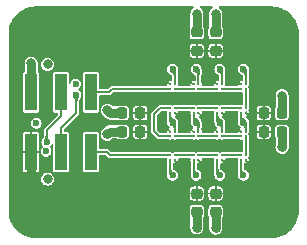
<source format=gbr>
%TF.GenerationSoftware,KiCad,Pcbnew,8.0.4*%
%TF.CreationDate,2024-08-13T13:30:06+02:00*%
%TF.ProjectId,TMP104_Development board,544d5031-3034-45f4-9465-76656c6f706d,rev?*%
%TF.SameCoordinates,Original*%
%TF.FileFunction,Copper,L1,Top*%
%TF.FilePolarity,Positive*%
%FSLAX46Y46*%
G04 Gerber Fmt 4.6, Leading zero omitted, Abs format (unit mm)*
G04 Created by KiCad (PCBNEW 8.0.4) date 2024-08-13 13:30:06*
%MOMM*%
%LPD*%
G01*
G04 APERTURE LIST*
G04 Aperture macros list*
%AMRoundRect*
0 Rectangle with rounded corners*
0 $1 Rounding radius*
0 $2 $3 $4 $5 $6 $7 $8 $9 X,Y pos of 4 corners*
0 Add a 4 corners polygon primitive as box body*
4,1,4,$2,$3,$4,$5,$6,$7,$8,$9,$2,$3,0*
0 Add four circle primitives for the rounded corners*
1,1,$1+$1,$2,$3*
1,1,$1+$1,$4,$5*
1,1,$1+$1,$6,$7*
1,1,$1+$1,$8,$9*
0 Add four rect primitives between the rounded corners*
20,1,$1+$1,$2,$3,$4,$5,0*
20,1,$1+$1,$4,$5,$6,$7,0*
20,1,$1+$1,$6,$7,$8,$9,0*
20,1,$1+$1,$8,$9,$2,$3,0*%
G04 Aperture macros list end*
%TA.AperFunction,SMDPad,CuDef*%
%ADD10C,0.250000*%
%TD*%
%TA.AperFunction,SMDPad,CuDef*%
%ADD11RoundRect,0.225000X0.225000X0.250000X-0.225000X0.250000X-0.225000X-0.250000X0.225000X-0.250000X0*%
%TD*%
%TA.AperFunction,SMDPad,CuDef*%
%ADD12RoundRect,0.225000X0.250000X-0.225000X0.250000X0.225000X-0.250000X0.225000X-0.250000X-0.225000X0*%
%TD*%
%TA.AperFunction,SMDPad,CuDef*%
%ADD13RoundRect,0.225000X-0.225000X-0.250000X0.225000X-0.250000X0.225000X0.250000X-0.225000X0.250000X0*%
%TD*%
%TA.AperFunction,SMDPad,CuDef*%
%ADD14RoundRect,0.225000X-0.250000X0.225000X-0.250000X-0.225000X0.250000X-0.225000X0.250000X0.225000X0*%
%TD*%
%TA.AperFunction,SMDPad,CuDef*%
%ADD15R,1.000000X3.150000*%
%TD*%
%TA.AperFunction,ViaPad*%
%ADD16C,0.600000*%
%TD*%
%TA.AperFunction,ViaPad*%
%ADD17C,0.800000*%
%TD*%
%TA.AperFunction,Conductor*%
%ADD18C,0.200000*%
%TD*%
%TA.AperFunction,Conductor*%
%ADD19C,0.800000*%
%TD*%
G04 APERTURE END LIST*
D10*
%TO.P,U12,1,VCC*%
%TO.N,VCC_3.3V*%
X134200000Y-104500000D03*
%TO.P,U12,2,GND*%
%TO.N,GND*%
X134600000Y-104500000D03*
%TO.P,U12,3,TX*%
%TO.N,Net-(U12-TX)*%
X134200000Y-104900000D03*
%TO.P,U12,4,RX*%
%TO.N,Net-(U11-TX)*%
X134600000Y-104900000D03*
%TD*%
D11*
%TO.P,C5,1*%
%TO.N,VCC_3.3V*%
X129670000Y-104521000D03*
%TO.P,C5,2*%
%TO.N,GND*%
X128120000Y-104521000D03*
%TD*%
D12*
%TO.P,C1,1*%
%TO.N,VCC_3.3V*%
X134465000Y-97646000D03*
%TO.P,C1,2*%
%TO.N,GND*%
X134465000Y-96096000D03*
%TD*%
D10*
%TO.P,U11,1,VCC*%
%TO.N,VCC_3.3V*%
X136200000Y-104500000D03*
%TO.P,U11,2,GND*%
%TO.N,GND*%
X136600000Y-104500000D03*
%TO.P,U11,3,TX*%
%TO.N,Net-(U11-TX)*%
X136200000Y-104900000D03*
%TO.P,U11,4,RX*%
%TO.N,Net-(U10-TX)*%
X136600000Y-104900000D03*
%TD*%
%TO.P,U13,1,VCC*%
%TO.N,VCC_3.3V*%
X132200000Y-104500000D03*
%TO.P,U13,2,GND*%
%TO.N,GND*%
X132600000Y-104500000D03*
%TO.P,U13,3,TX*%
%TO.N,Net-(U13-TX)*%
X132200000Y-104900000D03*
%TO.P,U13,4,RX*%
%TO.N,Net-(U12-TX)*%
X132600000Y-104900000D03*
%TD*%
D13*
%TO.P,C8,1*%
%TO.N,VCC_3.3V*%
X140125000Y-104521000D03*
%TO.P,C8,2*%
%TO.N,GND*%
X141675000Y-104521000D03*
%TD*%
D10*
%TO.P,U4,1,VCC*%
%TO.N,VCC_3.3V*%
X136200000Y-100500000D03*
%TO.P,U4,2,GND*%
%TO.N,GND*%
X136600000Y-100500000D03*
%TO.P,U4,3,TX*%
%TO.N,Net-(U3-RX)*%
X136200000Y-100900000D03*
%TO.P,U4,4,RX*%
%TO.N,Net-(U4-RX)*%
X136600000Y-100900000D03*
%TD*%
%TO.P,U7,1,VCC*%
%TO.N,VCC_3.3V*%
X136600000Y-102900000D03*
%TO.P,U7,2,GND*%
%TO.N,GND*%
X136200000Y-102900000D03*
%TO.P,U7,3,TX*%
%TO.N,Net-(U6-RX)*%
X136600000Y-102500000D03*
%TO.P,U7,4,RX*%
%TO.N,Net-(U7-RX)*%
X136200000Y-102500000D03*
%TD*%
%TO.P,U3,1,VCC*%
%TO.N,VCC_3.3V*%
X134200000Y-100500000D03*
%TO.P,U3,2,GND*%
%TO.N,GND*%
X134600000Y-100500000D03*
%TO.P,U3,3,TX*%
%TO.N,Net-(U2-RX)*%
X134200000Y-100900000D03*
%TO.P,U3,4,RX*%
%TO.N,Net-(U3-RX)*%
X134600000Y-100900000D03*
%TD*%
%TO.P,U16,1,VCC*%
%TO.N,VCC_3.3V*%
X136600000Y-106900000D03*
%TO.P,U16,2,GND*%
%TO.N,GND*%
X136200000Y-106900000D03*
%TO.P,U16,3,TX*%
%TO.N,Net-(U16-TX)*%
X136600000Y-106500000D03*
%TO.P,U16,4,RX*%
%TO.N,Net-(U15-TX)*%
X136200000Y-106500000D03*
%TD*%
%TO.P,U2,1,VCC*%
%TO.N,VCC_3.3V*%
X132200000Y-100500000D03*
%TO.P,U2,2,GND*%
%TO.N,GND*%
X132600000Y-100500000D03*
%TO.P,U2,3,TX*%
%TO.N,RX_2*%
X132200000Y-100900000D03*
%TO.P,U2,4,RX*%
%TO.N,Net-(U2-RX)*%
X132600000Y-100900000D03*
%TD*%
D14*
%TO.P,C3,1*%
%TO.N,VCC_3.3V*%
X136065000Y-109736000D03*
%TO.P,C3,2*%
%TO.N,GND*%
X136065000Y-111286000D03*
%TD*%
D10*
%TO.P,U17,1,VCC*%
%TO.N,VCC_3.3V*%
X138600000Y-106900000D03*
%TO.P,U17,2,GND*%
%TO.N,GND*%
X138200000Y-106900000D03*
%TO.P,U17,3,TX*%
%TO.N,Net-(U10-RX)*%
X138600000Y-106500000D03*
%TO.P,U17,4,RX*%
%TO.N,Net-(U16-TX)*%
X138200000Y-106500000D03*
%TD*%
D13*
%TO.P,C7,1*%
%TO.N,VCC_3.3V*%
X140125000Y-102921000D03*
%TO.P,C7,2*%
%TO.N,GND*%
X141675000Y-102921000D03*
%TD*%
D12*
%TO.P,C2,1*%
%TO.N,VCC_3.3V*%
X136065000Y-97646000D03*
%TO.P,C2,2*%
%TO.N,GND*%
X136065000Y-96096000D03*
%TD*%
D10*
%TO.P,U6,1,VCC*%
%TO.N,VCC_3.3V*%
X138600000Y-102900000D03*
%TO.P,U6,2,GND*%
%TO.N,GND*%
X138200000Y-102900000D03*
%TO.P,U6,3,TX*%
%TO.N,Net-(U5-RX)*%
X138600000Y-102500000D03*
%TO.P,U6,4,RX*%
%TO.N,Net-(U6-RX)*%
X138200000Y-102500000D03*
%TD*%
D15*
%TO.P,J1,1,Pin_1*%
%TO.N,VCC_3.3V*%
X120425000Y-106226000D03*
%TO.P,J1,2,Pin_2*%
%TO.N,GND*%
X120425000Y-101176000D03*
%TO.P,J1,3,Pin_3*%
%TO.N,TX_1*%
X122965000Y-106226000D03*
%TO.P,J1,4,Pin_4*%
%TO.N,RX_1*%
X122965000Y-101176000D03*
%TO.P,J1,5,Pin_5*%
%TO.N,TX_2*%
X125505000Y-106226000D03*
%TO.P,J1,6,Pin_6*%
%TO.N,RX_2*%
X125505000Y-101176000D03*
%TD*%
D10*
%TO.P,U8,1,VCC*%
%TO.N,VCC_3.3V*%
X134600000Y-102900000D03*
%TO.P,U8,2,GND*%
%TO.N,GND*%
X134200000Y-102900000D03*
%TO.P,U8,3,TX*%
%TO.N,Net-(U7-RX)*%
X134600000Y-102500000D03*
%TO.P,U8,4,RX*%
%TO.N,Net-(U8-RX)*%
X134200000Y-102500000D03*
%TD*%
%TO.P,U10,1,VCC*%
%TO.N,VCC_3.3V*%
X138200000Y-104500000D03*
%TO.P,U10,2,GND*%
%TO.N,GND*%
X138600000Y-104500000D03*
%TO.P,U10,3,TX*%
%TO.N,Net-(U10-TX)*%
X138200000Y-104900000D03*
%TO.P,U10,4,RX*%
%TO.N,Net-(U10-RX)*%
X138600000Y-104900000D03*
%TD*%
D11*
%TO.P,C6,1*%
%TO.N,VCC_3.3V*%
X129670000Y-102921000D03*
%TO.P,C6,2*%
%TO.N,GND*%
X128120000Y-102921000D03*
%TD*%
D10*
%TO.P,U14,1,VCC*%
%TO.N,VCC_3.3V*%
X132600000Y-106900000D03*
%TO.P,U14,2,GND*%
%TO.N,GND*%
X132200000Y-106900000D03*
%TO.P,U14,3,TX*%
%TO.N,Net-(U14-TX)*%
X132600000Y-106500000D03*
%TO.P,U14,4,RX*%
%TO.N,TX_2*%
X132200000Y-106500000D03*
%TD*%
%TO.P,U9,1,VCC*%
%TO.N,VCC_3.3V*%
X132600000Y-102900000D03*
%TO.P,U9,2,GND*%
%TO.N,GND*%
X132200000Y-102900000D03*
%TO.P,U9,3,TX*%
%TO.N,Net-(U8-RX)*%
X132600000Y-102500000D03*
%TO.P,U9,4,RX*%
%TO.N,Net-(U13-TX)*%
X132200000Y-102500000D03*
%TD*%
%TO.P,U5,1,VCC*%
%TO.N,VCC_3.3V*%
X138200000Y-100500000D03*
%TO.P,U5,2,GND*%
%TO.N,GND*%
X138600000Y-100500000D03*
%TO.P,U5,3,TX*%
%TO.N,Net-(U4-RX)*%
X138200000Y-100900000D03*
%TO.P,U5,4,RX*%
%TO.N,Net-(U5-RX)*%
X138600000Y-100900000D03*
%TD*%
%TO.P,U15,1,VCC*%
%TO.N,VCC_3.3V*%
X134600000Y-106900000D03*
%TO.P,U15,2,GND*%
%TO.N,GND*%
X134200000Y-106900000D03*
%TO.P,U15,3,TX*%
%TO.N,Net-(U15-TX)*%
X134600000Y-106500000D03*
%TO.P,U15,4,RX*%
%TO.N,Net-(U14-TX)*%
X134200000Y-106500000D03*
%TD*%
D14*
%TO.P,C4,1*%
%TO.N,VCC_3.3V*%
X134465000Y-109736000D03*
%TO.P,C4,2*%
%TO.N,GND*%
X134465000Y-111286000D03*
%TD*%
D16*
%TO.N,VCC_3.3V*%
X131415000Y-103701000D03*
%TO.N,RX_1*%
X121762902Y-105414078D03*
%TO.N,TX_1*%
X124235000Y-101400000D03*
D17*
%TO.N,GND*%
X134465000Y-112655000D03*
D16*
X120870000Y-103790000D03*
X136400000Y-99200000D03*
X134400000Y-99200000D03*
D17*
X134465000Y-94525000D03*
D16*
X138400000Y-99200000D03*
D17*
X136065000Y-94525000D03*
D16*
X132400000Y-103700000D03*
D17*
X141675000Y-105830000D03*
D16*
X134400000Y-108200000D03*
X121695000Y-106161000D03*
X138400000Y-108200000D03*
X136400000Y-108200000D03*
X136400000Y-103700000D03*
X138400000Y-103700000D03*
X124205000Y-100451000D03*
D17*
X121825000Y-98800000D03*
X120425000Y-98716000D03*
D16*
X132400000Y-108200000D03*
D17*
X136065000Y-112670000D03*
X121825000Y-108521000D03*
X141675000Y-101445000D03*
X126873000Y-104730000D03*
X126895000Y-102700000D03*
D16*
X134400000Y-103700000D03*
X132400000Y-99200000D03*
%TO.N,VCC_3.3V*%
X135400000Y-103700000D03*
X137400000Y-103700000D03*
D17*
X120425000Y-108541000D03*
D16*
X133400000Y-103700000D03*
%TD*%
D18*
%TO.N,Net-(U13-TX)*%
X131284000Y-104900000D02*
X132200000Y-104900000D01*
X130805000Y-104421000D02*
X131284000Y-104900000D01*
X131326000Y-102500000D02*
X130805000Y-103021000D01*
X132200000Y-102500000D02*
X131326000Y-102500000D01*
X130805000Y-103021000D02*
X130805000Y-104421000D01*
%TO.N,RX_1*%
X121762902Y-104393098D02*
X122965000Y-103191000D01*
X122965000Y-103191000D02*
X122965000Y-101176000D01*
X121762902Y-105414078D02*
X121762902Y-104393098D01*
%TO.N,TX_1*%
X124235000Y-102910000D02*
X124235000Y-101400000D01*
X122965000Y-105255000D02*
X122965000Y-106226000D01*
X122965000Y-104180000D02*
X124235000Y-102910000D01*
X122965000Y-106226000D02*
X122965000Y-104180000D01*
%TO.N,GND*%
X138200000Y-108000000D02*
X138400000Y-108200000D01*
X136200000Y-103500000D02*
X136400000Y-103700000D01*
X134600000Y-99400000D02*
X134400000Y-99200000D01*
X134200000Y-106900000D02*
X134200000Y-108000000D01*
X138600000Y-103900000D02*
X138400000Y-103700000D01*
D19*
X126873000Y-104730000D02*
X127103000Y-104500000D01*
D18*
X132200000Y-103500000D02*
X132400000Y-103700000D01*
D19*
X127115000Y-102920000D02*
X128119000Y-102920000D01*
D18*
X134600000Y-100500000D02*
X134600000Y-99400000D01*
D19*
X128119000Y-102920000D02*
X128120000Y-102921000D01*
D18*
X136600000Y-104500000D02*
X136600000Y-103900000D01*
X136600000Y-100500000D02*
X136600000Y-99400000D01*
X132600000Y-104500000D02*
X132600000Y-103900000D01*
X134200000Y-103500000D02*
X134400000Y-103700000D01*
D19*
X136065000Y-94525000D02*
X136065000Y-96096000D01*
D18*
X136200000Y-108000000D02*
X136400000Y-108200000D01*
X138600000Y-99400000D02*
X138400000Y-99200000D01*
D19*
X134465000Y-94525000D02*
X134465000Y-96096000D01*
X127103000Y-104500000D02*
X128089000Y-104500000D01*
D18*
X134600000Y-104500000D02*
X134600000Y-103900000D01*
X132600000Y-103900000D02*
X132400000Y-103700000D01*
X136600000Y-99400000D02*
X136400000Y-99200000D01*
X132200000Y-108000000D02*
X132400000Y-108200000D01*
X136200000Y-106900000D02*
X136200000Y-108000000D01*
X134600000Y-103900000D02*
X134400000Y-103700000D01*
X132600000Y-99400000D02*
X132400000Y-99200000D01*
X134200000Y-102900000D02*
X134200000Y-103500000D01*
D19*
X128089000Y-104500000D02*
X128098000Y-104509000D01*
D18*
X138600000Y-104500000D02*
X138600000Y-103900000D01*
X136600000Y-103900000D02*
X136400000Y-103700000D01*
D19*
X120425000Y-98716000D02*
X120425000Y-101176000D01*
D18*
X132200000Y-102900000D02*
X132200000Y-103500000D01*
D19*
X134465000Y-112655000D02*
X134465000Y-111286000D01*
D18*
X132200000Y-106900000D02*
X132200000Y-108000000D01*
X136200000Y-102900000D02*
X136200000Y-103500000D01*
D19*
X136065000Y-112670000D02*
X136065000Y-111286000D01*
X141675000Y-101445000D02*
X141675000Y-102921000D01*
D18*
X138200000Y-103500000D02*
X138400000Y-103700000D01*
X138200000Y-102900000D02*
X138200000Y-103500000D01*
X132600000Y-100500000D02*
X132600000Y-99400000D01*
D19*
X141675000Y-105830000D02*
X141675000Y-104521000D01*
D18*
X134200000Y-108000000D02*
X134400000Y-108200000D01*
D19*
X126895000Y-102700000D02*
X127115000Y-102920000D01*
D18*
X138200000Y-106900000D02*
X138200000Y-108000000D01*
X138600000Y-100500000D02*
X138600000Y-99400000D01*
D19*
%TO.N,VCC_3.3V*%
X120425000Y-108541000D02*
X120425000Y-106226000D01*
D18*
%TO.N,Net-(U2-RX)*%
X132600000Y-100900000D02*
X134200000Y-100900000D01*
%TO.N,RX_2*%
X125505000Y-101176000D02*
X127005000Y-101176000D01*
X127005000Y-101176000D02*
X127281000Y-100900000D01*
X127281000Y-100900000D02*
X132200000Y-100900000D01*
%TO.N,Net-(U3-RX)*%
X134600000Y-100900000D02*
X136200000Y-100900000D01*
%TO.N,Net-(U4-RX)*%
X136600000Y-100900000D02*
X138200000Y-100900000D01*
%TO.N,Net-(U5-RX)*%
X138600000Y-100900000D02*
X138600000Y-102500000D01*
%TO.N,Net-(U6-RX)*%
X138200000Y-102500000D02*
X136600000Y-102500000D01*
%TO.N,Net-(U7-RX)*%
X136200000Y-102500000D02*
X134600000Y-102500000D01*
%TO.N,Net-(U8-RX)*%
X134200000Y-102500000D02*
X132600000Y-102500000D01*
%TO.N,Net-(U10-RX)*%
X138600000Y-104900000D02*
X138600000Y-106500000D01*
%TO.N,Net-(U10-TX)*%
X136600000Y-104900000D02*
X138200000Y-104900000D01*
%TO.N,Net-(U11-TX)*%
X134600000Y-104900000D02*
X136200000Y-104900000D01*
%TO.N,Net-(U12-TX)*%
X132600000Y-104900000D02*
X134200000Y-104900000D01*
%TO.N,Net-(U14-TX)*%
X134200000Y-106500000D02*
X132600000Y-106500000D01*
%TO.N,TX_2*%
X126875000Y-106226000D02*
X127149000Y-106500000D01*
X125505000Y-106226000D02*
X126875000Y-106226000D01*
X127149000Y-106500000D02*
X132200000Y-106500000D01*
%TO.N,Net-(U15-TX)*%
X136200000Y-106500000D02*
X134600000Y-106500000D01*
%TO.N,Net-(U16-TX)*%
X138200000Y-106500000D02*
X136600000Y-106500000D01*
%TD*%
%TA.AperFunction,Conductor*%
%TO.N,VCC_3.3V*%
G36*
X131910997Y-102772174D02*
G01*
X131932671Y-102824500D01*
X131931249Y-102838936D01*
X131923259Y-102879105D01*
X131919103Y-102900000D01*
X131923713Y-102923174D01*
X131940485Y-103007497D01*
X131943274Y-103014229D01*
X131940927Y-103015201D01*
X131949500Y-103043434D01*
X131949500Y-103159038D01*
X131948078Y-103173474D01*
X131944500Y-103191462D01*
X131944500Y-103688340D01*
X131944514Y-103688483D01*
X131944867Y-103695702D01*
X131944867Y-103699999D01*
X131963302Y-103828223D01*
X131963302Y-103828224D01*
X131963303Y-103828226D01*
X132017118Y-103946063D01*
X132101951Y-104043967D01*
X132113613Y-104051461D01*
X132118611Y-104054975D01*
X132176199Y-104099123D01*
X132204540Y-104148159D01*
X132189905Y-104202873D01*
X132145615Y-104230429D01*
X132092701Y-104240954D01*
X132065317Y-104259251D01*
X132253740Y-104447674D01*
X132275414Y-104500000D01*
X132253740Y-104552326D01*
X132252326Y-104553740D01*
X132200000Y-104575414D01*
X132147674Y-104553740D01*
X131959251Y-104365317D01*
X131940954Y-104392701D01*
X131919612Y-104500000D01*
X131931758Y-104561064D01*
X131920709Y-104616612D01*
X131873616Y-104648078D01*
X131859180Y-104649500D01*
X131418413Y-104649500D01*
X131366087Y-104627826D01*
X131077174Y-104338913D01*
X131055500Y-104286587D01*
X131055500Y-103155413D01*
X131077174Y-103103087D01*
X131408087Y-102772174D01*
X131460413Y-102750500D01*
X131858671Y-102750500D01*
X131910997Y-102772174D01*
G37*
%TD.AperFunction*%
%TA.AperFunction,Conductor*%
G36*
X133910997Y-102772174D02*
G01*
X133932671Y-102824500D01*
X133931249Y-102838936D01*
X133923259Y-102879105D01*
X133919103Y-102900000D01*
X133923713Y-102923174D01*
X133940485Y-103007497D01*
X133943274Y-103014229D01*
X133940927Y-103015201D01*
X133949500Y-103043434D01*
X133949500Y-103159038D01*
X133948078Y-103173474D01*
X133944500Y-103191462D01*
X133944500Y-103688340D01*
X133944514Y-103688483D01*
X133944867Y-103695702D01*
X133944867Y-103699999D01*
X133963302Y-103828223D01*
X133963302Y-103828224D01*
X133963303Y-103828226D01*
X134017118Y-103946063D01*
X134101951Y-104043967D01*
X134113613Y-104051461D01*
X134118611Y-104054975D01*
X134176199Y-104099123D01*
X134204540Y-104148159D01*
X134189905Y-104202873D01*
X134145615Y-104230429D01*
X134092701Y-104240954D01*
X134065317Y-104259251D01*
X134253740Y-104447674D01*
X134275414Y-104500000D01*
X134253740Y-104552326D01*
X134252326Y-104553740D01*
X134200000Y-104575414D01*
X134147674Y-104553740D01*
X133959251Y-104365317D01*
X133940954Y-104392701D01*
X133919612Y-104500000D01*
X133931758Y-104561064D01*
X133920709Y-104616612D01*
X133873616Y-104648078D01*
X133859180Y-104649500D01*
X132941329Y-104649500D01*
X132889003Y-104627826D01*
X132867329Y-104575500D01*
X132868751Y-104561064D01*
X132880897Y-104500000D01*
X132875961Y-104475185D01*
X132859515Y-104392505D01*
X132859514Y-104392503D01*
X132856726Y-104385771D01*
X132859061Y-104384803D01*
X132850500Y-104356565D01*
X132850500Y-104240962D01*
X132851922Y-104226525D01*
X132855500Y-104208537D01*
X132855500Y-103711655D01*
X132855486Y-103711513D01*
X132855133Y-103704296D01*
X132855133Y-103700001D01*
X132853477Y-103688483D01*
X132836697Y-103571774D01*
X132782882Y-103453937D01*
X132698049Y-103356033D01*
X132698048Y-103356032D01*
X132698046Y-103356030D01*
X132698044Y-103356029D01*
X132686407Y-103348550D01*
X132681392Y-103345026D01*
X132623802Y-103300875D01*
X132595462Y-103251838D01*
X132610097Y-103197124D01*
X132654389Y-103169569D01*
X132707299Y-103159045D01*
X132734682Y-103140748D01*
X132546260Y-102952326D01*
X132524586Y-102900000D01*
X132546260Y-102847674D01*
X132547674Y-102846260D01*
X132600000Y-102824586D01*
X132652326Y-102846260D01*
X132840748Y-103034682D01*
X132859044Y-103007299D01*
X132880388Y-102899999D01*
X132868242Y-102838936D01*
X132879291Y-102783388D01*
X132926384Y-102751922D01*
X132940820Y-102750500D01*
X133858671Y-102750500D01*
X133910997Y-102772174D01*
G37*
%TD.AperFunction*%
%TA.AperFunction,Conductor*%
G36*
X135910997Y-102772174D02*
G01*
X135932671Y-102824500D01*
X135931249Y-102838936D01*
X135919102Y-102899999D01*
X135940485Y-103007497D01*
X135943274Y-103014229D01*
X135940927Y-103015201D01*
X135949500Y-103043434D01*
X135949500Y-103159038D01*
X135948078Y-103173474D01*
X135944500Y-103191462D01*
X135944500Y-103688340D01*
X135944514Y-103688483D01*
X135944867Y-103695702D01*
X135944867Y-103699999D01*
X135963302Y-103828223D01*
X135963302Y-103828224D01*
X135963303Y-103828226D01*
X136017118Y-103946063D01*
X136101951Y-104043967D01*
X136113613Y-104051461D01*
X136118611Y-104054975D01*
X136176199Y-104099123D01*
X136204540Y-104148159D01*
X136189905Y-104202873D01*
X136145615Y-104230429D01*
X136092701Y-104240954D01*
X136065317Y-104259251D01*
X136253740Y-104447674D01*
X136275414Y-104500000D01*
X136253740Y-104552326D01*
X136252326Y-104553740D01*
X136200000Y-104575414D01*
X136147674Y-104553740D01*
X135959251Y-104365317D01*
X135940954Y-104392701D01*
X135919612Y-104500000D01*
X135931758Y-104561064D01*
X135920709Y-104616612D01*
X135873616Y-104648078D01*
X135859180Y-104649500D01*
X134941329Y-104649500D01*
X134889003Y-104627826D01*
X134867329Y-104575500D01*
X134868751Y-104561064D01*
X134880897Y-104500000D01*
X134875961Y-104475185D01*
X134859515Y-104392505D01*
X134859514Y-104392503D01*
X134856726Y-104385771D01*
X134859061Y-104384803D01*
X134850500Y-104356565D01*
X134850500Y-104240962D01*
X134851922Y-104226525D01*
X134855500Y-104208537D01*
X134855500Y-103711655D01*
X134855486Y-103711513D01*
X134855133Y-103704296D01*
X134855133Y-103700001D01*
X134853477Y-103688483D01*
X134836697Y-103571774D01*
X134782882Y-103453937D01*
X134698049Y-103356033D01*
X134698048Y-103356032D01*
X134698046Y-103356030D01*
X134698044Y-103356029D01*
X134686407Y-103348550D01*
X134681392Y-103345026D01*
X134623802Y-103300875D01*
X134595462Y-103251838D01*
X134610097Y-103197124D01*
X134654389Y-103169569D01*
X134707299Y-103159045D01*
X134734682Y-103140748D01*
X134546260Y-102952326D01*
X134524586Y-102900000D01*
X134546260Y-102847674D01*
X134547674Y-102846260D01*
X134600000Y-102824586D01*
X134652326Y-102846260D01*
X134840748Y-103034682D01*
X134859044Y-103007299D01*
X134880388Y-102899999D01*
X134868242Y-102838936D01*
X134879291Y-102783388D01*
X134926384Y-102751922D01*
X134940820Y-102750500D01*
X135858671Y-102750500D01*
X135910997Y-102772174D01*
G37*
%TD.AperFunction*%
%TA.AperFunction,Conductor*%
G36*
X137910997Y-102772174D02*
G01*
X137932671Y-102824500D01*
X137931249Y-102838936D01*
X137923259Y-102879105D01*
X137919103Y-102900000D01*
X137923713Y-102923174D01*
X137940485Y-103007497D01*
X137943274Y-103014229D01*
X137940927Y-103015201D01*
X137949500Y-103043434D01*
X137949500Y-103159038D01*
X137948078Y-103173474D01*
X137944500Y-103191462D01*
X137944500Y-103688340D01*
X137944514Y-103688483D01*
X137944867Y-103695702D01*
X137944867Y-103699999D01*
X137963302Y-103828223D01*
X137963302Y-103828224D01*
X137963303Y-103828226D01*
X138017118Y-103946063D01*
X138101951Y-104043967D01*
X138113613Y-104051461D01*
X138118611Y-104054975D01*
X138176199Y-104099123D01*
X138204540Y-104148159D01*
X138189905Y-104202873D01*
X138145615Y-104230429D01*
X138092701Y-104240954D01*
X138065317Y-104259251D01*
X138253740Y-104447674D01*
X138275414Y-104500000D01*
X138253740Y-104552326D01*
X138252326Y-104553740D01*
X138200000Y-104575414D01*
X138147674Y-104553740D01*
X137959251Y-104365317D01*
X137940954Y-104392701D01*
X137919612Y-104500000D01*
X137931758Y-104561064D01*
X137920709Y-104616612D01*
X137873616Y-104648078D01*
X137859180Y-104649500D01*
X136941329Y-104649500D01*
X136889003Y-104627826D01*
X136867329Y-104575500D01*
X136868751Y-104561064D01*
X136880897Y-104500000D01*
X136875961Y-104475185D01*
X136859515Y-104392505D01*
X136859514Y-104392503D01*
X136856726Y-104385771D01*
X136859061Y-104384803D01*
X136850500Y-104356565D01*
X136850500Y-104240962D01*
X136851922Y-104226525D01*
X136855500Y-104208537D01*
X136855500Y-103711655D01*
X136855486Y-103711513D01*
X136855133Y-103704296D01*
X136855133Y-103700001D01*
X136853477Y-103688483D01*
X136836697Y-103571774D01*
X136782882Y-103453937D01*
X136698049Y-103356033D01*
X136698048Y-103356032D01*
X136698046Y-103356030D01*
X136698044Y-103356029D01*
X136686407Y-103348550D01*
X136681392Y-103345026D01*
X136623802Y-103300875D01*
X136595462Y-103251838D01*
X136610097Y-103197124D01*
X136654389Y-103169569D01*
X136707299Y-103159045D01*
X136734682Y-103140748D01*
X136546260Y-102952326D01*
X136524586Y-102900000D01*
X136546260Y-102847674D01*
X136547674Y-102846260D01*
X136600000Y-102824586D01*
X136652326Y-102846260D01*
X136840748Y-103034682D01*
X136859044Y-103007299D01*
X136880388Y-102899999D01*
X136868242Y-102838936D01*
X136879291Y-102783388D01*
X136926384Y-102751922D01*
X136940820Y-102750500D01*
X137858671Y-102750500D01*
X137910997Y-102772174D01*
G37*
%TD.AperFunction*%
%TA.AperFunction,Conductor*%
G36*
X134212038Y-93923174D02*
G01*
X134233712Y-93975500D01*
X134212038Y-94027826D01*
X134191484Y-94041559D01*
X134191574Y-94041714D01*
X134189217Y-94043074D01*
X134188033Y-94043866D01*
X134187372Y-94044139D01*
X134162345Y-94063342D01*
X134154304Y-94068716D01*
X134126984Y-94084491D01*
X134104679Y-94106795D01*
X134097406Y-94113173D01*
X134072380Y-94132377D01*
X134072377Y-94132380D01*
X134053173Y-94157406D01*
X134046795Y-94164679D01*
X134024491Y-94186984D01*
X134008716Y-94214304D01*
X134003342Y-94222345D01*
X133984139Y-94247372D01*
X133972066Y-94276518D01*
X133967788Y-94285193D01*
X133952016Y-94312514D01*
X133943851Y-94342984D01*
X133940741Y-94352144D01*
X133928670Y-94381289D01*
X133924553Y-94412559D01*
X133922665Y-94422050D01*
X133914500Y-94452524D01*
X133914500Y-94484069D01*
X133913867Y-94493728D01*
X133909750Y-94524999D01*
X133913867Y-94556270D01*
X133914500Y-94565929D01*
X133914500Y-95613592D01*
X133906981Y-95646092D01*
X133850134Y-95762373D01*
X133850134Y-95762374D01*
X133839500Y-95835359D01*
X133839500Y-96356640D01*
X133850134Y-96429625D01*
X133850134Y-96429626D01*
X133905173Y-96542210D01*
X133905174Y-96542211D01*
X133993789Y-96630826D01*
X134106375Y-96685866D01*
X134179364Y-96696500D01*
X134179370Y-96696500D01*
X134750630Y-96696500D01*
X134750636Y-96696500D01*
X134823625Y-96685866D01*
X134936211Y-96630826D01*
X135024826Y-96542211D01*
X135079866Y-96429625D01*
X135090500Y-96356636D01*
X135090500Y-95835364D01*
X135079866Y-95762375D01*
X135072808Y-95747937D01*
X135023019Y-95646092D01*
X135015500Y-95613592D01*
X135015500Y-94565929D01*
X135016133Y-94556270D01*
X135020250Y-94525000D01*
X135016133Y-94493728D01*
X135015500Y-94484069D01*
X135015500Y-94452525D01*
X135015500Y-94452524D01*
X135007330Y-94422038D01*
X135005446Y-94412559D01*
X135001330Y-94381291D01*
X134989254Y-94352139D01*
X134986150Y-94342994D01*
X134977984Y-94312515D01*
X134962212Y-94285197D01*
X134957934Y-94276524D01*
X134945861Y-94247375D01*
X134926660Y-94222351D01*
X134921283Y-94214305D01*
X134916327Y-94205721D01*
X134905509Y-94186985D01*
X134883202Y-94164678D01*
X134876820Y-94157400D01*
X134857624Y-94132382D01*
X134857622Y-94132381D01*
X134857621Y-94132379D01*
X134832593Y-94113174D01*
X134825317Y-94106793D01*
X134803015Y-94084491D01*
X134775699Y-94068719D01*
X134767661Y-94063349D01*
X134742625Y-94044139D01*
X134741966Y-94043866D01*
X134741712Y-94043612D01*
X134738426Y-94041715D01*
X134738934Y-94040834D01*
X134701919Y-94003816D01*
X134701921Y-93947179D01*
X134741971Y-93907132D01*
X134770287Y-93901500D01*
X135759712Y-93901500D01*
X135812038Y-93923174D01*
X135833712Y-93975500D01*
X135812038Y-94027826D01*
X135791484Y-94041559D01*
X135791574Y-94041714D01*
X135789217Y-94043074D01*
X135788033Y-94043866D01*
X135787372Y-94044139D01*
X135762345Y-94063342D01*
X135754304Y-94068716D01*
X135726984Y-94084491D01*
X135704679Y-94106795D01*
X135697406Y-94113173D01*
X135672380Y-94132377D01*
X135672377Y-94132380D01*
X135653173Y-94157406D01*
X135646795Y-94164679D01*
X135624491Y-94186984D01*
X135608716Y-94214304D01*
X135603342Y-94222345D01*
X135584139Y-94247372D01*
X135572066Y-94276518D01*
X135567788Y-94285193D01*
X135552016Y-94312514D01*
X135543851Y-94342984D01*
X135540741Y-94352144D01*
X135528670Y-94381289D01*
X135524553Y-94412559D01*
X135522665Y-94422050D01*
X135514500Y-94452524D01*
X135514500Y-94484069D01*
X135513867Y-94493728D01*
X135509750Y-94524999D01*
X135513867Y-94556270D01*
X135514500Y-94565929D01*
X135514500Y-95613592D01*
X135506981Y-95646092D01*
X135450134Y-95762373D01*
X135450134Y-95762374D01*
X135439500Y-95835359D01*
X135439500Y-96356640D01*
X135450134Y-96429625D01*
X135450134Y-96429626D01*
X135505173Y-96542210D01*
X135505174Y-96542211D01*
X135593789Y-96630826D01*
X135706375Y-96685866D01*
X135779364Y-96696500D01*
X135779370Y-96696500D01*
X136350630Y-96696500D01*
X136350636Y-96696500D01*
X136423625Y-96685866D01*
X136536211Y-96630826D01*
X136624826Y-96542211D01*
X136679866Y-96429625D01*
X136690500Y-96356636D01*
X136690500Y-95835364D01*
X136679866Y-95762375D01*
X136672808Y-95747937D01*
X136623019Y-95646092D01*
X136615500Y-95613592D01*
X136615500Y-94565929D01*
X136616133Y-94556270D01*
X136620250Y-94525000D01*
X136616133Y-94493728D01*
X136615500Y-94484069D01*
X136615500Y-94452525D01*
X136615500Y-94452524D01*
X136607330Y-94422038D01*
X136605446Y-94412559D01*
X136601330Y-94381291D01*
X136589254Y-94352139D01*
X136586150Y-94342994D01*
X136577984Y-94312515D01*
X136562212Y-94285197D01*
X136557934Y-94276524D01*
X136545861Y-94247375D01*
X136526660Y-94222351D01*
X136521283Y-94214305D01*
X136516327Y-94205721D01*
X136505509Y-94186985D01*
X136483202Y-94164678D01*
X136476820Y-94157400D01*
X136457624Y-94132382D01*
X136457622Y-94132381D01*
X136457621Y-94132379D01*
X136432593Y-94113174D01*
X136425317Y-94106793D01*
X136403015Y-94084491D01*
X136375699Y-94068719D01*
X136367661Y-94063349D01*
X136342625Y-94044139D01*
X136341966Y-94043866D01*
X136341712Y-94043612D01*
X136338426Y-94041715D01*
X136338934Y-94040834D01*
X136301919Y-94003816D01*
X136301921Y-93947179D01*
X136341971Y-93907132D01*
X136370287Y-93901500D01*
X140775118Y-93901500D01*
X140812764Y-93901500D01*
X140817231Y-93901634D01*
X141087714Y-93917996D01*
X141096566Y-93919071D01*
X141360920Y-93967515D01*
X141369571Y-93969648D01*
X141626141Y-94049598D01*
X141634480Y-94052759D01*
X141875539Y-94161252D01*
X141879552Y-94163058D01*
X141887464Y-94167211D01*
X142117433Y-94306233D01*
X142124787Y-94311309D01*
X142336327Y-94477039D01*
X142343016Y-94482965D01*
X142533034Y-94672983D01*
X142538960Y-94679672D01*
X142704690Y-94891212D01*
X142709766Y-94898566D01*
X142848788Y-95128535D01*
X142852941Y-95136447D01*
X142963236Y-95381511D01*
X142966404Y-95389867D01*
X143046348Y-95646416D01*
X143048487Y-95655092D01*
X143096927Y-95919424D01*
X143098004Y-95928295D01*
X143114365Y-96198768D01*
X143114500Y-96203236D01*
X143114500Y-111198763D01*
X143114365Y-111203231D01*
X143098004Y-111473704D01*
X143096927Y-111482575D01*
X143048487Y-111746907D01*
X143046348Y-111755583D01*
X142966404Y-112012132D01*
X142963236Y-112020488D01*
X142852941Y-112265552D01*
X142848788Y-112273464D01*
X142709766Y-112503433D01*
X142704690Y-112510787D01*
X142538960Y-112722327D01*
X142533034Y-112729016D01*
X142343016Y-112919034D01*
X142336327Y-112924960D01*
X142124787Y-113090690D01*
X142117433Y-113095766D01*
X141887464Y-113234788D01*
X141879552Y-113238941D01*
X141634488Y-113349236D01*
X141626132Y-113352404D01*
X141369583Y-113432348D01*
X141360907Y-113434487D01*
X141096575Y-113482927D01*
X141087704Y-113484004D01*
X140817232Y-113500365D01*
X140812764Y-113500500D01*
X120817236Y-113500500D01*
X120812768Y-113500365D01*
X120542295Y-113484004D01*
X120533424Y-113482927D01*
X120269092Y-113434487D01*
X120260416Y-113432348D01*
X120003867Y-113352404D01*
X119995511Y-113349236D01*
X119750447Y-113238941D01*
X119742535Y-113234788D01*
X119512566Y-113095766D01*
X119505212Y-113090690D01*
X119293672Y-112924960D01*
X119286983Y-112919034D01*
X119096965Y-112729016D01*
X119091039Y-112722327D01*
X118925309Y-112510787D01*
X118920233Y-112503433D01*
X118781211Y-112273464D01*
X118777058Y-112265552D01*
X118763787Y-112236065D01*
X118666759Y-112020480D01*
X118663598Y-112012141D01*
X118583648Y-111755571D01*
X118581515Y-111746920D01*
X118533071Y-111482566D01*
X118531996Y-111473714D01*
X118515635Y-111203231D01*
X118515500Y-111198763D01*
X118515500Y-111025359D01*
X133839500Y-111025359D01*
X133839500Y-111546640D01*
X133848007Y-111605027D01*
X133850134Y-111619625D01*
X133905174Y-111732211D01*
X133905175Y-111732212D01*
X133906981Y-111735906D01*
X133914500Y-111768407D01*
X133914500Y-112614069D01*
X133913867Y-112623728D01*
X133909750Y-112654999D01*
X133913867Y-112686270D01*
X133914500Y-112695929D01*
X133914500Y-112727476D01*
X133922665Y-112757951D01*
X133924553Y-112767442D01*
X133928669Y-112798708D01*
X133940740Y-112827849D01*
X133943847Y-112837001D01*
X133952016Y-112867485D01*
X133957789Y-112877484D01*
X133967786Y-112894801D01*
X133972065Y-112903479D01*
X133984137Y-112932621D01*
X133984137Y-112932622D01*
X133984138Y-112932624D01*
X133984139Y-112932625D01*
X134003349Y-112957661D01*
X134008719Y-112965699D01*
X134012736Y-112972656D01*
X134024491Y-112993015D01*
X134046793Y-113015317D01*
X134053174Y-113022593D01*
X134072379Y-113047621D01*
X134072381Y-113047622D01*
X134072382Y-113047624D01*
X134097400Y-113066820D01*
X134104678Y-113073202D01*
X134126985Y-113095509D01*
X134145721Y-113106327D01*
X134154305Y-113111283D01*
X134162351Y-113116660D01*
X134178047Y-113128704D01*
X134187375Y-113135861D01*
X134216524Y-113147934D01*
X134225197Y-113152212D01*
X134243763Y-113162931D01*
X134252515Y-113167984D01*
X134282994Y-113176150D01*
X134292139Y-113179254D01*
X134321291Y-113191330D01*
X134352564Y-113195446D01*
X134362038Y-113197330D01*
X134392525Y-113205500D01*
X134424070Y-113205500D01*
X134433729Y-113206133D01*
X134465000Y-113210250D01*
X134496271Y-113206133D01*
X134505930Y-113205500D01*
X134537477Y-113205500D01*
X134552592Y-113201448D01*
X134567949Y-113197333D01*
X134577434Y-113195446D01*
X134608709Y-113191330D01*
X134628857Y-113182984D01*
X134637850Y-113179259D01*
X134647009Y-113176149D01*
X134677485Y-113167984D01*
X134704805Y-113152210D01*
X134713467Y-113147937D01*
X134742625Y-113135861D01*
X134767656Y-113116653D01*
X134775698Y-113111280D01*
X134803015Y-113095509D01*
X134825325Y-113073197D01*
X134832587Y-113066829D01*
X134857621Y-113047621D01*
X134876829Y-113022587D01*
X134883197Y-113015325D01*
X134905509Y-112993015D01*
X134921280Y-112965698D01*
X134926657Y-112957651D01*
X134934351Y-112947625D01*
X134945861Y-112932625D01*
X134957937Y-112903467D01*
X134962212Y-112894801D01*
X134977984Y-112867485D01*
X134986149Y-112837009D01*
X134989259Y-112827850D01*
X135001330Y-112798709D01*
X135003471Y-112782442D01*
X135005446Y-112767434D01*
X135007333Y-112757949D01*
X135011480Y-112742475D01*
X135015500Y-112727477D01*
X135015500Y-112695929D01*
X135016133Y-112686270D01*
X135018275Y-112669999D01*
X135020250Y-112655000D01*
X135016133Y-112623728D01*
X135015500Y-112614069D01*
X135015500Y-111768407D01*
X135023019Y-111735906D01*
X135024824Y-111732212D01*
X135024826Y-111732211D01*
X135079866Y-111619625D01*
X135090500Y-111546636D01*
X135090500Y-111025364D01*
X135090499Y-111025359D01*
X135439500Y-111025359D01*
X135439500Y-111546640D01*
X135448007Y-111605027D01*
X135450134Y-111619625D01*
X135505174Y-111732211D01*
X135505175Y-111732212D01*
X135506981Y-111735906D01*
X135514500Y-111768407D01*
X135514500Y-112629069D01*
X135513867Y-112638728D01*
X135509750Y-112669999D01*
X135513867Y-112701270D01*
X135514500Y-112710929D01*
X135514500Y-112742476D01*
X135522665Y-112772951D01*
X135524553Y-112782442D01*
X135528669Y-112813708D01*
X135540740Y-112842849D01*
X135543847Y-112852001D01*
X135552016Y-112882485D01*
X135557789Y-112892484D01*
X135567786Y-112909801D01*
X135572065Y-112918479D01*
X135584137Y-112947621D01*
X135584137Y-112947622D01*
X135584138Y-112947624D01*
X135584139Y-112947625D01*
X135603349Y-112972661D01*
X135608719Y-112980699D01*
X135621771Y-113003304D01*
X135624491Y-113008015D01*
X135646793Y-113030317D01*
X135653174Y-113037593D01*
X135672379Y-113062621D01*
X135672381Y-113062622D01*
X135672382Y-113062624D01*
X135697400Y-113081820D01*
X135704678Y-113088202D01*
X135726985Y-113110509D01*
X135737639Y-113116660D01*
X135754305Y-113126283D01*
X135762351Y-113131660D01*
X135785976Y-113149788D01*
X135787375Y-113150861D01*
X135816524Y-113162934D01*
X135825197Y-113167212D01*
X135846063Y-113179259D01*
X135852515Y-113182984D01*
X135882994Y-113191150D01*
X135892139Y-113194254D01*
X135921291Y-113206330D01*
X135952564Y-113210446D01*
X135962038Y-113212330D01*
X135992525Y-113220500D01*
X136024070Y-113220500D01*
X136033729Y-113221133D01*
X136065000Y-113225250D01*
X136096271Y-113221133D01*
X136105930Y-113220500D01*
X136137477Y-113220500D01*
X136152592Y-113216448D01*
X136167949Y-113212333D01*
X136177434Y-113210446D01*
X136208709Y-113206330D01*
X136230424Y-113197335D01*
X136237850Y-113194259D01*
X136247009Y-113191149D01*
X136277485Y-113182984D01*
X136304805Y-113167210D01*
X136313467Y-113162937D01*
X136342625Y-113150861D01*
X136367656Y-113131653D01*
X136375698Y-113126280D01*
X136403015Y-113110509D01*
X136425325Y-113088197D01*
X136432587Y-113081829D01*
X136457621Y-113062621D01*
X136476829Y-113037587D01*
X136483197Y-113030325D01*
X136505509Y-113008015D01*
X136521280Y-112980698D01*
X136526657Y-112972651D01*
X136538164Y-112957656D01*
X136545861Y-112947625D01*
X136557937Y-112918467D01*
X136562212Y-112909801D01*
X136577984Y-112882485D01*
X136586149Y-112852009D01*
X136589259Y-112842850D01*
X136601330Y-112813709D01*
X136603304Y-112798709D01*
X136605446Y-112782434D01*
X136607333Y-112772949D01*
X136611448Y-112757592D01*
X136615500Y-112742477D01*
X136615500Y-112710929D01*
X136616133Y-112701270D01*
X136616836Y-112695929D01*
X136620250Y-112670000D01*
X136616133Y-112638728D01*
X136615500Y-112629069D01*
X136615500Y-111768407D01*
X136623019Y-111735906D01*
X136624824Y-111732212D01*
X136624826Y-111732211D01*
X136679866Y-111619625D01*
X136690500Y-111546636D01*
X136690500Y-111025364D01*
X136679866Y-110952375D01*
X136624826Y-110839789D01*
X136536211Y-110751174D01*
X136536210Y-110751173D01*
X136423626Y-110696134D01*
X136350640Y-110685500D01*
X136350636Y-110685500D01*
X135779364Y-110685500D01*
X135779359Y-110685500D01*
X135706374Y-110696134D01*
X135706373Y-110696134D01*
X135593789Y-110751173D01*
X135505173Y-110839789D01*
X135450134Y-110952373D01*
X135450134Y-110952374D01*
X135439500Y-111025359D01*
X135090499Y-111025359D01*
X135079866Y-110952375D01*
X135024826Y-110839789D01*
X134936211Y-110751174D01*
X134936210Y-110751173D01*
X134823626Y-110696134D01*
X134750640Y-110685500D01*
X134750636Y-110685500D01*
X134179364Y-110685500D01*
X134179359Y-110685500D01*
X134106374Y-110696134D01*
X134106373Y-110696134D01*
X133993789Y-110751173D01*
X133905173Y-110839789D01*
X133850134Y-110952373D01*
X133850134Y-110952374D01*
X133839500Y-111025359D01*
X118515500Y-111025359D01*
X118515500Y-109996592D01*
X133840000Y-109996592D01*
X133850620Y-110069482D01*
X133905587Y-110181917D01*
X133994082Y-110270412D01*
X134106517Y-110325379D01*
X134179407Y-110335999D01*
X134179418Y-110336000D01*
X134390000Y-110336000D01*
X134540000Y-110336000D01*
X134750582Y-110336000D01*
X134750592Y-110335999D01*
X134823482Y-110325379D01*
X134935917Y-110270412D01*
X135024412Y-110181917D01*
X135079379Y-110069482D01*
X135089999Y-109996592D01*
X135440000Y-109996592D01*
X135450620Y-110069482D01*
X135505587Y-110181917D01*
X135594082Y-110270412D01*
X135706517Y-110325379D01*
X135779407Y-110335999D01*
X135779418Y-110336000D01*
X135990000Y-110336000D01*
X136140000Y-110336000D01*
X136350582Y-110336000D01*
X136350592Y-110335999D01*
X136423482Y-110325379D01*
X136535917Y-110270412D01*
X136624412Y-110181917D01*
X136679379Y-110069482D01*
X136689999Y-109996592D01*
X136690000Y-109996581D01*
X136690000Y-109811000D01*
X136140000Y-109811000D01*
X136140000Y-110336000D01*
X135990000Y-110336000D01*
X135990000Y-109811000D01*
X135440000Y-109811000D01*
X135440000Y-109996592D01*
X135089999Y-109996592D01*
X135090000Y-109996581D01*
X135090000Y-109811000D01*
X134540000Y-109811000D01*
X134540000Y-110336000D01*
X134390000Y-110336000D01*
X134390000Y-109811000D01*
X133840000Y-109811000D01*
X133840000Y-109996592D01*
X118515500Y-109996592D01*
X118515500Y-109475407D01*
X133840000Y-109475407D01*
X133840000Y-109661000D01*
X134390000Y-109661000D01*
X134540000Y-109661000D01*
X135090000Y-109661000D01*
X135090000Y-109475418D01*
X135089999Y-109475407D01*
X135440000Y-109475407D01*
X135440000Y-109661000D01*
X135990000Y-109661000D01*
X136140000Y-109661000D01*
X136690000Y-109661000D01*
X136690000Y-109475418D01*
X136689999Y-109475407D01*
X136679379Y-109402517D01*
X136624412Y-109290082D01*
X136535917Y-109201587D01*
X136423482Y-109146620D01*
X136350592Y-109136000D01*
X136140000Y-109136000D01*
X136140000Y-109661000D01*
X135990000Y-109661000D01*
X135990000Y-109136000D01*
X135779407Y-109136000D01*
X135706517Y-109146620D01*
X135594082Y-109201587D01*
X135505587Y-109290082D01*
X135450620Y-109402517D01*
X135440000Y-109475407D01*
X135089999Y-109475407D01*
X135079379Y-109402517D01*
X135024412Y-109290082D01*
X134935917Y-109201587D01*
X134823482Y-109146620D01*
X134750592Y-109136000D01*
X134540000Y-109136000D01*
X134540000Y-109661000D01*
X134390000Y-109661000D01*
X134390000Y-109136000D01*
X134179407Y-109136000D01*
X134106517Y-109146620D01*
X133994082Y-109201587D01*
X133905587Y-109290082D01*
X133850620Y-109402517D01*
X133840000Y-109475407D01*
X118515500Y-109475407D01*
X118515500Y-108521000D01*
X121269750Y-108521000D01*
X121288669Y-108664708D01*
X121344138Y-108798623D01*
X121344139Y-108798625D01*
X121432379Y-108913621D01*
X121547375Y-109001861D01*
X121681291Y-109057330D01*
X121825000Y-109076250D01*
X121968709Y-109057330D01*
X122102625Y-109001861D01*
X122217621Y-108913621D01*
X122305861Y-108798625D01*
X122361330Y-108664709D01*
X122380250Y-108521000D01*
X122361330Y-108377291D01*
X122305861Y-108243375D01*
X122217621Y-108128379D01*
X122102625Y-108040139D01*
X122102623Y-108040138D01*
X121968708Y-107984669D01*
X121825000Y-107965750D01*
X121681291Y-107984669D01*
X121547376Y-108040138D01*
X121432379Y-108128379D01*
X121344138Y-108243376D01*
X121288669Y-108377291D01*
X121269750Y-108521000D01*
X118515500Y-108521000D01*
X118515500Y-107815778D01*
X119775001Y-107815778D01*
X119783701Y-107859524D01*
X119816855Y-107909143D01*
X119816856Y-107909144D01*
X119866472Y-107942296D01*
X119910226Y-107950999D01*
X120350000Y-107950999D01*
X120500000Y-107950999D01*
X120939779Y-107950999D01*
X120983524Y-107942298D01*
X121033143Y-107909144D01*
X121033144Y-107909143D01*
X121066296Y-107859527D01*
X121075000Y-107815773D01*
X121075000Y-106301000D01*
X120500000Y-106301000D01*
X120500000Y-107950999D01*
X120350000Y-107950999D01*
X120350000Y-106301000D01*
X119775001Y-106301000D01*
X119775001Y-107815778D01*
X118515500Y-107815778D01*
X118515500Y-106161000D01*
X121239867Y-106161000D01*
X121258302Y-106289223D01*
X121258302Y-106289224D01*
X121258303Y-106289226D01*
X121312118Y-106407063D01*
X121396951Y-106504967D01*
X121505931Y-106575004D01*
X121630228Y-106611500D01*
X121759772Y-106611500D01*
X121884069Y-106575004D01*
X121993049Y-106504967D01*
X122077882Y-106407063D01*
X122131697Y-106289226D01*
X122150133Y-106161000D01*
X122131697Y-106032774D01*
X122077882Y-105914937D01*
X122040429Y-105871714D01*
X122022545Y-105817976D01*
X122047896Y-105767329D01*
X122056347Y-105761003D01*
X122060951Y-105758045D01*
X122145784Y-105660141D01*
X122173188Y-105600134D01*
X122214640Y-105561543D01*
X122271241Y-105563564D01*
X122309834Y-105605017D01*
X122314500Y-105630877D01*
X122314500Y-107815819D01*
X122323233Y-107859722D01*
X122356254Y-107909143D01*
X122356496Y-107909504D01*
X122406278Y-107942767D01*
X122450180Y-107951500D01*
X122450181Y-107951500D01*
X123479819Y-107951500D01*
X123479820Y-107951500D01*
X123523722Y-107942767D01*
X123573504Y-107909504D01*
X123606767Y-107859722D01*
X123615500Y-107815820D01*
X123615500Y-104636180D01*
X123606767Y-104592278D01*
X123573504Y-104542496D01*
X123536112Y-104517512D01*
X123523722Y-104509233D01*
X123479820Y-104500500D01*
X123479819Y-104500500D01*
X123289500Y-104500500D01*
X123237174Y-104478826D01*
X123215500Y-104426500D01*
X123215500Y-104314413D01*
X123237174Y-104262087D01*
X124447363Y-103051898D01*
X124447364Y-103051897D01*
X124485500Y-102959828D01*
X124485500Y-102860172D01*
X124485500Y-102036638D01*
X124489339Y-102013112D01*
X124490552Y-102009495D01*
X124508104Y-101872140D01*
X124515696Y-101847686D01*
X124560517Y-101760508D01*
X124560561Y-101760471D01*
X124560542Y-101760461D01*
X124561371Y-101758851D01*
X124644597Y-101597279D01*
X124647287Y-101591794D01*
X124647682Y-101590947D01*
X124650420Y-101578678D01*
X124655331Y-101564059D01*
X124671697Y-101528225D01*
X124671697Y-101528224D01*
X124690133Y-101400000D01*
X124671697Y-101271774D01*
X124617882Y-101153937D01*
X124533049Y-101056033D01*
X124428311Y-100988722D01*
X124424068Y-100985995D01*
X124419743Y-100984020D01*
X124381152Y-100942565D01*
X124383177Y-100885964D01*
X124410479Y-100854457D01*
X124503049Y-100794967D01*
X124587882Y-100697063D01*
X124641697Y-100579226D01*
X124660133Y-100451000D01*
X124641697Y-100322774D01*
X124587882Y-100204937D01*
X124503049Y-100107033D01*
X124436032Y-100063964D01*
X124394068Y-100036995D01*
X124269772Y-100000500D01*
X124140228Y-100000500D01*
X124015931Y-100036995D01*
X123906954Y-100107031D01*
X123906950Y-100107034D01*
X123822119Y-100204935D01*
X123768302Y-100322776D01*
X123762747Y-100361416D01*
X123733847Y-100410125D01*
X123678969Y-100424132D01*
X123630260Y-100395232D01*
X123615500Y-100350885D01*
X123615500Y-99586180D01*
X124854500Y-99586180D01*
X124854500Y-102765819D01*
X124863233Y-102809722D01*
X124888591Y-102847674D01*
X124896496Y-102859504D01*
X124946278Y-102892767D01*
X124990180Y-102901500D01*
X124990181Y-102901500D01*
X126019819Y-102901500D01*
X126019820Y-102901500D01*
X126063722Y-102892767D01*
X126113504Y-102859504D01*
X126146767Y-102809722D01*
X126155500Y-102765820D01*
X126155500Y-102699999D01*
X126339750Y-102699999D01*
X126343867Y-102731270D01*
X126344500Y-102740929D01*
X126344500Y-102772476D01*
X126352663Y-102802944D01*
X126354551Y-102812432D01*
X126358670Y-102843710D01*
X126370740Y-102872850D01*
X126373851Y-102882015D01*
X126382014Y-102912482D01*
X126397788Y-102939805D01*
X126402066Y-102948482D01*
X126414136Y-102977621D01*
X126414138Y-102977624D01*
X126414139Y-102977625D01*
X126433346Y-103002657D01*
X126438714Y-103010691D01*
X126454489Y-103038014D01*
X126476796Y-103060321D01*
X126483176Y-103067597D01*
X126502375Y-103092617D01*
X126502380Y-103092622D01*
X126527396Y-103111817D01*
X126534675Y-103118200D01*
X126776985Y-103360510D01*
X126902515Y-103432984D01*
X126902517Y-103432985D01*
X127000929Y-103459354D01*
X127042522Y-103470499D01*
X127042523Y-103470500D01*
X127042525Y-103470500D01*
X127042526Y-103470500D01*
X127187474Y-103470500D01*
X127635620Y-103470500D01*
X127667091Y-103480565D01*
X127668280Y-103478133D01*
X127673789Y-103480826D01*
X127786375Y-103535866D01*
X127859364Y-103546500D01*
X127859370Y-103546500D01*
X128380630Y-103546500D01*
X128380636Y-103546500D01*
X128453625Y-103535866D01*
X128566211Y-103480826D01*
X128654826Y-103392211D01*
X128709866Y-103279625D01*
X128720500Y-103206636D01*
X128720500Y-103206592D01*
X129070000Y-103206592D01*
X129080620Y-103279482D01*
X129135587Y-103391917D01*
X129224082Y-103480412D01*
X129336517Y-103535379D01*
X129409407Y-103545999D01*
X129409418Y-103546000D01*
X129595000Y-103546000D01*
X129745000Y-103546000D01*
X129930582Y-103546000D01*
X129930592Y-103545999D01*
X130003482Y-103535379D01*
X130115917Y-103480412D01*
X130204412Y-103391917D01*
X130259379Y-103279482D01*
X130269999Y-103206592D01*
X130270000Y-103206581D01*
X130270000Y-102996000D01*
X129745000Y-102996000D01*
X129745000Y-103546000D01*
X129595000Y-103546000D01*
X129595000Y-102996000D01*
X129070000Y-102996000D01*
X129070000Y-103206592D01*
X128720500Y-103206592D01*
X128720500Y-102635407D01*
X129070000Y-102635407D01*
X129070000Y-102846000D01*
X129595000Y-102846000D01*
X129745000Y-102846000D01*
X130270000Y-102846000D01*
X130270000Y-102635418D01*
X130269999Y-102635407D01*
X130259379Y-102562517D01*
X130204412Y-102450082D01*
X130115917Y-102361587D01*
X130003482Y-102306620D01*
X129930592Y-102296000D01*
X129745000Y-102296000D01*
X129745000Y-102846000D01*
X129595000Y-102846000D01*
X129595000Y-102296000D01*
X129409407Y-102296000D01*
X129336517Y-102306620D01*
X129224082Y-102361587D01*
X129135587Y-102450082D01*
X129080620Y-102562517D01*
X129070000Y-102635407D01*
X128720500Y-102635407D01*
X128720500Y-102635364D01*
X128709866Y-102562375D01*
X128654826Y-102449789D01*
X128566211Y-102361174D01*
X128566210Y-102361173D01*
X128453626Y-102306134D01*
X128380640Y-102295500D01*
X128380636Y-102295500D01*
X127859364Y-102295500D01*
X127859359Y-102295500D01*
X127786375Y-102306134D01*
X127673789Y-102361174D01*
X127673788Y-102361174D01*
X127672139Y-102361981D01*
X127639638Y-102369500D01*
X127373677Y-102369500D01*
X127321351Y-102347826D01*
X127313200Y-102339675D01*
X127306817Y-102332396D01*
X127287622Y-102307380D01*
X127287617Y-102307375D01*
X127262597Y-102288176D01*
X127255321Y-102281796D01*
X127248350Y-102274825D01*
X127233015Y-102259490D01*
X127205691Y-102243714D01*
X127197657Y-102238346D01*
X127172625Y-102219139D01*
X127172624Y-102219138D01*
X127172621Y-102219136D01*
X127143482Y-102207066D01*
X127134805Y-102202788D01*
X127107482Y-102187014D01*
X127077015Y-102178851D01*
X127067850Y-102175740D01*
X127038710Y-102163670D01*
X127007432Y-102159551D01*
X126997944Y-102157663D01*
X126967475Y-102149500D01*
X126967474Y-102149500D01*
X126935930Y-102149500D01*
X126926271Y-102148867D01*
X126895000Y-102144750D01*
X126863729Y-102148867D01*
X126854070Y-102149500D01*
X126822526Y-102149500D01*
X126803668Y-102154552D01*
X126792053Y-102157664D01*
X126782566Y-102159550D01*
X126751299Y-102163667D01*
X126751287Y-102163671D01*
X126722144Y-102175741D01*
X126712984Y-102178851D01*
X126682512Y-102187016D01*
X126682511Y-102187017D01*
X126655193Y-102202788D01*
X126646520Y-102207065D01*
X126637030Y-102210997D01*
X126617376Y-102219138D01*
X126592350Y-102238340D01*
X126584309Y-102243713D01*
X126556983Y-102259491D01*
X126534675Y-102281798D01*
X126527402Y-102288176D01*
X126502380Y-102307377D01*
X126502377Y-102307380D01*
X126483176Y-102332402D01*
X126476798Y-102339675D01*
X126454491Y-102361983D01*
X126438713Y-102389309D01*
X126433340Y-102397350D01*
X126414138Y-102422376D01*
X126402068Y-102451516D01*
X126397788Y-102460193D01*
X126382017Y-102487511D01*
X126382016Y-102487512D01*
X126373851Y-102517984D01*
X126370741Y-102527144D01*
X126358671Y-102556287D01*
X126358667Y-102556299D01*
X126354550Y-102587566D01*
X126352664Y-102597053D01*
X126344500Y-102627526D01*
X126344500Y-102627528D01*
X126344500Y-102659069D01*
X126343867Y-102668728D01*
X126339750Y-102699999D01*
X126155500Y-102699999D01*
X126155500Y-101500500D01*
X126177174Y-101448174D01*
X126229500Y-101426500D01*
X127054827Y-101426500D01*
X127054828Y-101426500D01*
X127146897Y-101388364D01*
X127363086Y-101172173D01*
X127415412Y-101150500D01*
X132056565Y-101150500D01*
X132084803Y-101159061D01*
X132085771Y-101156726D01*
X132092503Y-101159514D01*
X132092505Y-101159515D01*
X132200000Y-101180897D01*
X132307495Y-101159515D01*
X132358888Y-101125175D01*
X132414437Y-101114126D01*
X132441112Y-101125175D01*
X132492505Y-101159515D01*
X132600000Y-101180897D01*
X132707495Y-101159515D01*
X132707497Y-101159513D01*
X132714229Y-101156726D01*
X132715196Y-101159061D01*
X132743435Y-101150500D01*
X134056565Y-101150500D01*
X134084803Y-101159061D01*
X134085771Y-101156726D01*
X134092503Y-101159514D01*
X134092505Y-101159515D01*
X134200000Y-101180897D01*
X134307495Y-101159515D01*
X134358888Y-101125175D01*
X134414437Y-101114126D01*
X134441112Y-101125175D01*
X134492505Y-101159515D01*
X134600000Y-101180897D01*
X134707495Y-101159515D01*
X134707497Y-101159513D01*
X134714229Y-101156726D01*
X134715196Y-101159061D01*
X134743435Y-101150500D01*
X136056565Y-101150500D01*
X136084803Y-101159061D01*
X136085771Y-101156726D01*
X136092503Y-101159514D01*
X136092505Y-101159515D01*
X136200000Y-101180897D01*
X136307495Y-101159515D01*
X136358888Y-101125175D01*
X136414437Y-101114126D01*
X136441112Y-101125175D01*
X136492505Y-101159515D01*
X136600000Y-101180897D01*
X136707495Y-101159515D01*
X136707497Y-101159513D01*
X136714229Y-101156726D01*
X136715196Y-101159061D01*
X136743435Y-101150500D01*
X138056565Y-101150500D01*
X138084803Y-101159061D01*
X138085771Y-101156726D01*
X138092503Y-101159514D01*
X138092505Y-101159515D01*
X138200000Y-101180897D01*
X138261065Y-101168750D01*
X138316612Y-101179799D01*
X138348078Y-101226891D01*
X138349500Y-101241328D01*
X138349500Y-102158671D01*
X138327826Y-102210997D01*
X138275500Y-102232671D01*
X138261064Y-102231249D01*
X138200001Y-102219103D01*
X138200000Y-102219103D01*
X138092503Y-102240485D01*
X138085771Y-102243274D01*
X138084803Y-102240938D01*
X138056565Y-102249500D01*
X136743435Y-102249500D01*
X136715196Y-102240938D01*
X136714229Y-102243274D01*
X136707496Y-102240485D01*
X136600000Y-102219103D01*
X136492505Y-102240485D01*
X136441112Y-102274825D01*
X136385563Y-102285874D01*
X136358888Y-102274825D01*
X136335939Y-102259491D01*
X136307495Y-102240485D01*
X136200000Y-102219103D01*
X136092503Y-102240485D01*
X136085771Y-102243274D01*
X136084803Y-102240938D01*
X136056565Y-102249500D01*
X134743435Y-102249500D01*
X134715196Y-102240938D01*
X134714229Y-102243274D01*
X134707496Y-102240485D01*
X134600000Y-102219103D01*
X134492505Y-102240485D01*
X134441112Y-102274825D01*
X134385563Y-102285874D01*
X134358888Y-102274825D01*
X134335939Y-102259491D01*
X134307495Y-102240485D01*
X134200000Y-102219103D01*
X134092503Y-102240485D01*
X134085771Y-102243274D01*
X134084803Y-102240938D01*
X134056565Y-102249500D01*
X132743435Y-102249500D01*
X132715196Y-102240938D01*
X132714229Y-102243274D01*
X132707496Y-102240485D01*
X132600000Y-102219103D01*
X132492505Y-102240485D01*
X132441112Y-102274825D01*
X132385563Y-102285874D01*
X132358888Y-102274825D01*
X132335939Y-102259491D01*
X132307495Y-102240485D01*
X132200000Y-102219103D01*
X132092503Y-102240485D01*
X132085771Y-102243274D01*
X132084803Y-102240938D01*
X132056565Y-102249500D01*
X131276172Y-102249500D01*
X131184105Y-102287634D01*
X130592634Y-102879105D01*
X130554500Y-102971170D01*
X130554500Y-104470829D01*
X130592634Y-104562894D01*
X130592637Y-104562898D01*
X131142102Y-105112363D01*
X131142105Y-105112365D01*
X131166856Y-105122617D01*
X131234172Y-105150500D01*
X131333827Y-105150500D01*
X132056565Y-105150500D01*
X132084803Y-105159061D01*
X132085771Y-105156726D01*
X132092503Y-105159514D01*
X132092505Y-105159515D01*
X132200000Y-105180897D01*
X132307495Y-105159515D01*
X132358888Y-105125175D01*
X132414437Y-105114126D01*
X132441112Y-105125175D01*
X132492505Y-105159515D01*
X132600000Y-105180897D01*
X132707495Y-105159515D01*
X132707497Y-105159513D01*
X132714229Y-105156726D01*
X132715196Y-105159061D01*
X132743435Y-105150500D01*
X134056565Y-105150500D01*
X134084803Y-105159061D01*
X134085771Y-105156726D01*
X134092503Y-105159514D01*
X134092505Y-105159515D01*
X134200000Y-105180897D01*
X134307495Y-105159515D01*
X134358888Y-105125175D01*
X134414437Y-105114126D01*
X134441112Y-105125175D01*
X134492505Y-105159515D01*
X134600000Y-105180897D01*
X134707495Y-105159515D01*
X134707497Y-105159513D01*
X134714229Y-105156726D01*
X134715196Y-105159061D01*
X134743435Y-105150500D01*
X136056565Y-105150500D01*
X136084803Y-105159061D01*
X136085771Y-105156726D01*
X136092503Y-105159514D01*
X136092505Y-105159515D01*
X136200000Y-105180897D01*
X136307495Y-105159515D01*
X136358888Y-105125175D01*
X136414437Y-105114126D01*
X136441112Y-105125175D01*
X136492505Y-105159515D01*
X136600000Y-105180897D01*
X136707495Y-105159515D01*
X136707497Y-105159513D01*
X136714229Y-105156726D01*
X136715196Y-105159061D01*
X136743435Y-105150500D01*
X138056565Y-105150500D01*
X138084803Y-105159061D01*
X138085771Y-105156726D01*
X138092503Y-105159514D01*
X138092505Y-105159515D01*
X138200000Y-105180897D01*
X138261065Y-105168750D01*
X138316612Y-105179799D01*
X138348078Y-105226891D01*
X138349500Y-105241328D01*
X138349500Y-106158671D01*
X138327826Y-106210997D01*
X138275500Y-106232671D01*
X138261064Y-106231249D01*
X138200001Y-106219103D01*
X138200000Y-106219103D01*
X138092503Y-106240485D01*
X138085771Y-106243274D01*
X138084803Y-106240938D01*
X138056565Y-106249500D01*
X136743435Y-106249500D01*
X136715196Y-106240938D01*
X136714229Y-106243274D01*
X136707496Y-106240485D01*
X136600000Y-106219103D01*
X136492505Y-106240485D01*
X136441112Y-106274825D01*
X136385563Y-106285874D01*
X136358888Y-106274825D01*
X136349500Y-106268552D01*
X136307495Y-106240485D01*
X136200000Y-106219103D01*
X136092503Y-106240485D01*
X136085771Y-106243274D01*
X136084803Y-106240938D01*
X136056565Y-106249500D01*
X134743435Y-106249500D01*
X134715196Y-106240938D01*
X134714229Y-106243274D01*
X134707496Y-106240485D01*
X134600000Y-106219103D01*
X134492505Y-106240485D01*
X134441112Y-106274825D01*
X134385563Y-106285874D01*
X134358888Y-106274825D01*
X134349500Y-106268552D01*
X134307495Y-106240485D01*
X134200000Y-106219103D01*
X134092503Y-106240485D01*
X134085771Y-106243274D01*
X134084803Y-106240938D01*
X134056565Y-106249500D01*
X132743435Y-106249500D01*
X132715196Y-106240938D01*
X132714229Y-106243274D01*
X132707496Y-106240485D01*
X132600000Y-106219103D01*
X132492505Y-106240485D01*
X132441112Y-106274825D01*
X132385563Y-106285874D01*
X132358888Y-106274825D01*
X132349500Y-106268552D01*
X132307495Y-106240485D01*
X132200000Y-106219103D01*
X132092503Y-106240485D01*
X132085771Y-106243274D01*
X132084803Y-106240938D01*
X132056565Y-106249500D01*
X127283412Y-106249500D01*
X127231086Y-106227826D01*
X127016897Y-106013636D01*
X127016894Y-106013634D01*
X126924828Y-105975500D01*
X126229500Y-105975500D01*
X126177174Y-105953826D01*
X126155500Y-105901500D01*
X126155500Y-104729999D01*
X126317750Y-104729999D01*
X126321867Y-104761270D01*
X126322500Y-104770929D01*
X126322500Y-104802476D01*
X126330663Y-104832944D01*
X126332551Y-104842432D01*
X126336670Y-104873710D01*
X126348740Y-104902850D01*
X126351851Y-104912015D01*
X126360014Y-104942482D01*
X126375788Y-104969805D01*
X126380066Y-104978482D01*
X126392136Y-105007621D01*
X126392138Y-105007624D01*
X126392139Y-105007625D01*
X126411346Y-105032657D01*
X126416714Y-105040691D01*
X126432489Y-105068014D01*
X126454796Y-105090321D01*
X126461176Y-105097597D01*
X126480375Y-105122617D01*
X126480380Y-105122622D01*
X126505396Y-105141817D01*
X126512674Y-105148199D01*
X126534985Y-105170510D01*
X126552976Y-105180897D01*
X126562305Y-105186283D01*
X126570344Y-105191654D01*
X126595375Y-105210861D01*
X126609759Y-105216819D01*
X126624517Y-105222932D01*
X126633198Y-105227213D01*
X126660515Y-105242984D01*
X126690994Y-105251150D01*
X126700139Y-105254254D01*
X126729291Y-105266330D01*
X126760559Y-105270446D01*
X126770050Y-105272334D01*
X126800526Y-105280500D01*
X126832070Y-105280500D01*
X126841729Y-105281133D01*
X126873000Y-105285250D01*
X126904271Y-105281133D01*
X126913930Y-105280500D01*
X126945474Y-105280500D01*
X126975952Y-105272333D01*
X126985430Y-105270447D01*
X127016709Y-105266330D01*
X127045851Y-105254258D01*
X127055004Y-105251150D01*
X127085485Y-105242984D01*
X127112811Y-105227206D01*
X127121475Y-105222934D01*
X127150625Y-105210861D01*
X127175652Y-105191656D01*
X127183693Y-105186283D01*
X127211015Y-105170510D01*
X127233329Y-105148194D01*
X127240591Y-105141825D01*
X127265621Y-105122621D01*
X127284825Y-105097591D01*
X127291203Y-105090321D01*
X127309352Y-105072173D01*
X127361676Y-105050500D01*
X127612811Y-105050500D01*
X127665137Y-105072174D01*
X127673789Y-105080826D01*
X127786375Y-105135866D01*
X127859364Y-105146500D01*
X127859370Y-105146500D01*
X128380630Y-105146500D01*
X128380636Y-105146500D01*
X128453625Y-105135866D01*
X128566211Y-105080826D01*
X128654826Y-104992211D01*
X128709866Y-104879625D01*
X128720500Y-104806636D01*
X128720500Y-104806592D01*
X129070000Y-104806592D01*
X129080620Y-104879482D01*
X129135587Y-104991917D01*
X129224082Y-105080412D01*
X129336517Y-105135379D01*
X129409407Y-105145999D01*
X129409418Y-105146000D01*
X129595000Y-105146000D01*
X129745000Y-105146000D01*
X129930582Y-105146000D01*
X129930592Y-105145999D01*
X130003482Y-105135379D01*
X130115917Y-105080412D01*
X130204412Y-104991917D01*
X130259379Y-104879482D01*
X130269999Y-104806592D01*
X130270000Y-104806581D01*
X130270000Y-104596000D01*
X129745000Y-104596000D01*
X129745000Y-105146000D01*
X129595000Y-105146000D01*
X129595000Y-104596000D01*
X129070000Y-104596000D01*
X129070000Y-104806592D01*
X128720500Y-104806592D01*
X128720500Y-104235407D01*
X129070000Y-104235407D01*
X129070000Y-104446000D01*
X129595000Y-104446000D01*
X129745000Y-104446000D01*
X130270000Y-104446000D01*
X130270000Y-104235418D01*
X130269999Y-104235407D01*
X130259379Y-104162517D01*
X130204412Y-104050082D01*
X130115917Y-103961587D01*
X130003482Y-103906620D01*
X129930592Y-103896000D01*
X129745000Y-103896000D01*
X129745000Y-104446000D01*
X129595000Y-104446000D01*
X129595000Y-103896000D01*
X129409407Y-103896000D01*
X129336517Y-103906620D01*
X129224082Y-103961587D01*
X129135587Y-104050082D01*
X129080620Y-104162517D01*
X129070000Y-104235407D01*
X128720500Y-104235407D01*
X128720500Y-104235364D01*
X128709866Y-104162375D01*
X128654826Y-104049789D01*
X128566211Y-103961174D01*
X128566210Y-103961173D01*
X128453626Y-103906134D01*
X128380640Y-103895500D01*
X128380636Y-103895500D01*
X127859364Y-103895500D01*
X127859359Y-103895500D01*
X127786373Y-103906134D01*
X127713049Y-103941981D01*
X127680548Y-103949500D01*
X127030523Y-103949500D01*
X126962841Y-103967636D01*
X126952153Y-103970500D01*
X126890515Y-103987016D01*
X126764984Y-104059490D01*
X126512676Y-104311797D01*
X126505401Y-104318177D01*
X126480380Y-104337377D01*
X126480377Y-104337380D01*
X126461176Y-104362402D01*
X126454798Y-104369675D01*
X126432491Y-104391983D01*
X126416713Y-104419309D01*
X126411340Y-104427350D01*
X126392138Y-104452376D01*
X126380068Y-104481516D01*
X126375788Y-104490193D01*
X126360017Y-104517511D01*
X126360016Y-104517512D01*
X126351851Y-104547984D01*
X126348741Y-104557144D01*
X126336671Y-104586287D01*
X126336667Y-104586299D01*
X126332550Y-104617566D01*
X126330664Y-104627053D01*
X126322500Y-104657526D01*
X126322500Y-104657528D01*
X126322500Y-104689069D01*
X126321867Y-104698728D01*
X126317750Y-104729999D01*
X126155500Y-104729999D01*
X126155500Y-104636180D01*
X126151797Y-104617566D01*
X126146767Y-104592278D01*
X126113504Y-104542496D01*
X126076112Y-104517512D01*
X126063722Y-104509233D01*
X126019820Y-104500500D01*
X124990180Y-104500500D01*
X124968229Y-104504866D01*
X124946277Y-104509233D01*
X124896496Y-104542495D01*
X124896495Y-104542496D01*
X124863233Y-104592277D01*
X124854500Y-104636180D01*
X124854500Y-107815819D01*
X124863233Y-107859722D01*
X124896254Y-107909143D01*
X124896496Y-107909504D01*
X124946278Y-107942767D01*
X124990180Y-107951500D01*
X124990181Y-107951500D01*
X126019819Y-107951500D01*
X126019820Y-107951500D01*
X126063722Y-107942767D01*
X126113504Y-107909504D01*
X126146767Y-107859722D01*
X126155500Y-107815820D01*
X126155500Y-106550500D01*
X126177174Y-106498174D01*
X126229500Y-106476500D01*
X126740587Y-106476500D01*
X126792913Y-106498174D01*
X126932415Y-106637675D01*
X126932418Y-106637679D01*
X126936636Y-106641897D01*
X127007103Y-106712364D01*
X127045238Y-106728159D01*
X127045239Y-106728160D01*
X127099173Y-106750501D01*
X127207440Y-106750501D01*
X127207448Y-106750500D01*
X131858671Y-106750500D01*
X131910997Y-106772174D01*
X131932671Y-106824500D01*
X131931249Y-106838936D01*
X131919103Y-106899999D01*
X131940485Y-107007497D01*
X131943274Y-107014229D01*
X131940927Y-107015201D01*
X131949500Y-107043434D01*
X131949500Y-107659038D01*
X131948078Y-107673474D01*
X131944500Y-107691462D01*
X131944500Y-108188340D01*
X131944514Y-108188483D01*
X131944867Y-108195702D01*
X131944867Y-108199999D01*
X131963302Y-108328223D01*
X131963302Y-108328224D01*
X131963303Y-108328226D01*
X132017118Y-108446063D01*
X132101951Y-108543967D01*
X132210931Y-108614004D01*
X132335228Y-108650500D01*
X132464772Y-108650500D01*
X132589069Y-108614004D01*
X132698049Y-108543967D01*
X132782882Y-108446063D01*
X132836697Y-108328226D01*
X132855133Y-108200000D01*
X132836697Y-108071774D01*
X132782882Y-107953937D01*
X132698049Y-107856033D01*
X132698048Y-107856032D01*
X132698046Y-107856030D01*
X132698044Y-107856029D01*
X132686407Y-107848550D01*
X132681392Y-107845026D01*
X132615652Y-107794627D01*
X132608072Y-107789387D01*
X132603072Y-107785931D01*
X132602880Y-107785812D01*
X132601115Y-107784716D01*
X132587739Y-107777296D01*
X132554510Y-107760946D01*
X132554496Y-107760940D01*
X132554454Y-107760919D01*
X132507209Y-107737674D01*
X132505109Y-107736599D01*
X132495826Y-107731658D01*
X132459819Y-107687940D01*
X132457686Y-107678992D01*
X132454896Y-107662898D01*
X132454893Y-107662889D01*
X132454376Y-107661353D01*
X132450500Y-107637719D01*
X132450500Y-107240819D01*
X132472174Y-107188493D01*
X132524500Y-107166819D01*
X132538937Y-107168241D01*
X132600000Y-107180387D01*
X132707299Y-107159044D01*
X132734682Y-107140748D01*
X132546260Y-106952326D01*
X132524586Y-106900000D01*
X132546260Y-106847674D01*
X132547674Y-106846260D01*
X132600000Y-106824586D01*
X132652326Y-106846260D01*
X132840748Y-107034682D01*
X132859044Y-107007299D01*
X132880388Y-106899999D01*
X132868242Y-106838936D01*
X132879291Y-106783388D01*
X132926384Y-106751922D01*
X132940820Y-106750500D01*
X133858671Y-106750500D01*
X133910997Y-106772174D01*
X133932671Y-106824500D01*
X133931249Y-106838936D01*
X133919103Y-106899999D01*
X133940485Y-107007497D01*
X133943274Y-107014229D01*
X133940927Y-107015201D01*
X133949500Y-107043434D01*
X133949500Y-107659038D01*
X133948078Y-107673474D01*
X133944500Y-107691462D01*
X133944500Y-108188340D01*
X133944514Y-108188483D01*
X133944867Y-108195702D01*
X133944867Y-108199999D01*
X133963302Y-108328223D01*
X133963302Y-108328224D01*
X133963303Y-108328226D01*
X134017118Y-108446063D01*
X134101951Y-108543967D01*
X134210931Y-108614004D01*
X134335228Y-108650500D01*
X134464772Y-108650500D01*
X134589069Y-108614004D01*
X134698049Y-108543967D01*
X134782882Y-108446063D01*
X134836697Y-108328226D01*
X134855133Y-108200000D01*
X134836697Y-108071774D01*
X134782882Y-107953937D01*
X134698049Y-107856033D01*
X134698048Y-107856032D01*
X134698046Y-107856030D01*
X134698044Y-107856029D01*
X134686407Y-107848550D01*
X134681392Y-107845026D01*
X134615652Y-107794627D01*
X134608072Y-107789387D01*
X134603072Y-107785931D01*
X134602880Y-107785812D01*
X134601115Y-107784716D01*
X134587739Y-107777296D01*
X134554510Y-107760946D01*
X134554496Y-107760940D01*
X134554454Y-107760919D01*
X134507209Y-107737674D01*
X134505109Y-107736599D01*
X134495826Y-107731658D01*
X134459819Y-107687940D01*
X134457686Y-107678992D01*
X134454896Y-107662898D01*
X134454893Y-107662889D01*
X134454376Y-107661353D01*
X134450500Y-107637719D01*
X134450500Y-107240819D01*
X134472174Y-107188493D01*
X134524500Y-107166819D01*
X134538937Y-107168241D01*
X134600000Y-107180387D01*
X134707299Y-107159044D01*
X134734682Y-107140748D01*
X134546260Y-106952326D01*
X134524586Y-106900000D01*
X134546260Y-106847674D01*
X134547674Y-106846260D01*
X134600000Y-106824586D01*
X134652326Y-106846260D01*
X134840748Y-107034682D01*
X134859044Y-107007299D01*
X134880388Y-106899999D01*
X134868242Y-106838936D01*
X134879291Y-106783388D01*
X134926384Y-106751922D01*
X134940820Y-106750500D01*
X135858671Y-106750500D01*
X135910997Y-106772174D01*
X135932671Y-106824500D01*
X135931249Y-106838936D01*
X135919102Y-106899999D01*
X135940485Y-107007497D01*
X135943274Y-107014229D01*
X135940927Y-107015201D01*
X135949500Y-107043434D01*
X135949500Y-107659038D01*
X135948078Y-107673474D01*
X135944500Y-107691462D01*
X135944500Y-108188340D01*
X135944514Y-108188483D01*
X135944867Y-108195702D01*
X135944867Y-108199999D01*
X135963302Y-108328223D01*
X135963302Y-108328224D01*
X135963303Y-108328226D01*
X136017118Y-108446063D01*
X136101951Y-108543967D01*
X136210931Y-108614004D01*
X136335228Y-108650500D01*
X136464772Y-108650500D01*
X136589069Y-108614004D01*
X136698049Y-108543967D01*
X136782882Y-108446063D01*
X136836697Y-108328226D01*
X136855133Y-108200000D01*
X136836697Y-108071774D01*
X136782882Y-107953937D01*
X136698049Y-107856033D01*
X136698048Y-107856032D01*
X136698046Y-107856030D01*
X136698044Y-107856029D01*
X136686407Y-107848550D01*
X136681392Y-107845026D01*
X136615652Y-107794627D01*
X136608072Y-107789387D01*
X136603072Y-107785931D01*
X136602880Y-107785812D01*
X136601115Y-107784716D01*
X136587739Y-107777296D01*
X136554510Y-107760946D01*
X136554496Y-107760940D01*
X136554454Y-107760919D01*
X136507209Y-107737674D01*
X136505109Y-107736599D01*
X136495826Y-107731658D01*
X136459819Y-107687940D01*
X136457686Y-107678992D01*
X136454896Y-107662898D01*
X136454893Y-107662889D01*
X136454376Y-107661353D01*
X136450500Y-107637719D01*
X136450500Y-107240819D01*
X136472174Y-107188493D01*
X136524500Y-107166819D01*
X136538937Y-107168241D01*
X136600000Y-107180387D01*
X136707299Y-107159044D01*
X136734682Y-107140748D01*
X136546260Y-106952326D01*
X136524586Y-106900000D01*
X136546260Y-106847674D01*
X136547674Y-106846260D01*
X136600000Y-106824586D01*
X136652326Y-106846260D01*
X136840748Y-107034682D01*
X136859044Y-107007299D01*
X136880388Y-106899999D01*
X136868242Y-106838936D01*
X136879291Y-106783388D01*
X136926384Y-106751922D01*
X136940820Y-106750500D01*
X137858671Y-106750500D01*
X137910997Y-106772174D01*
X137932671Y-106824500D01*
X137931249Y-106838936D01*
X137919103Y-106899999D01*
X137940485Y-107007497D01*
X137943274Y-107014229D01*
X137940927Y-107015201D01*
X137949500Y-107043434D01*
X137949500Y-107659038D01*
X137948078Y-107673474D01*
X137944500Y-107691462D01*
X137944500Y-108188340D01*
X137944514Y-108188483D01*
X137944867Y-108195702D01*
X137944867Y-108199999D01*
X137963302Y-108328223D01*
X137963302Y-108328224D01*
X137963303Y-108328226D01*
X138017118Y-108446063D01*
X138101951Y-108543967D01*
X138210931Y-108614004D01*
X138335228Y-108650500D01*
X138464772Y-108650500D01*
X138589069Y-108614004D01*
X138698049Y-108543967D01*
X138782882Y-108446063D01*
X138836697Y-108328226D01*
X138855133Y-108200000D01*
X138836697Y-108071774D01*
X138782882Y-107953937D01*
X138698049Y-107856033D01*
X138698048Y-107856032D01*
X138698046Y-107856030D01*
X138698044Y-107856029D01*
X138686407Y-107848550D01*
X138681392Y-107845026D01*
X138615652Y-107794627D01*
X138608072Y-107789387D01*
X138603072Y-107785931D01*
X138602880Y-107785812D01*
X138601115Y-107784716D01*
X138587739Y-107777296D01*
X138554510Y-107760946D01*
X138554496Y-107760940D01*
X138554454Y-107760919D01*
X138507209Y-107737674D01*
X138505109Y-107736599D01*
X138495826Y-107731658D01*
X138459819Y-107687940D01*
X138457686Y-107678992D01*
X138454896Y-107662898D01*
X138454893Y-107662889D01*
X138454376Y-107661353D01*
X138450500Y-107637719D01*
X138450500Y-107240819D01*
X138472174Y-107188493D01*
X138524500Y-107166819D01*
X138538937Y-107168241D01*
X138600000Y-107180387D01*
X138707299Y-107159044D01*
X138734682Y-107140748D01*
X138546260Y-106952326D01*
X138524586Y-106900000D01*
X138546260Y-106847674D01*
X138600001Y-106793933D01*
X138600337Y-106793596D01*
X138638288Y-106773280D01*
X138641828Y-106772576D01*
X138697373Y-106783628D01*
X138728837Y-106830721D01*
X138717785Y-106886270D01*
X138708585Y-106897480D01*
X138706066Y-106899999D01*
X138706066Y-106900000D01*
X138840748Y-107034682D01*
X138859044Y-107007299D01*
X138880387Y-106900000D01*
X138859044Y-106792699D01*
X138824874Y-106741560D01*
X138813825Y-106686011D01*
X138824871Y-106659341D01*
X138859515Y-106607495D01*
X138880897Y-106500000D01*
X138859515Y-106392505D01*
X138859514Y-106392503D01*
X138856726Y-106385771D01*
X138859061Y-106384803D01*
X138850500Y-106356565D01*
X138850500Y-105043434D01*
X138859072Y-105015201D01*
X138856726Y-105014229D01*
X138859514Y-105007497D01*
X138859514Y-105007496D01*
X138859515Y-105007495D01*
X138880897Y-104900000D01*
X138862317Y-104806592D01*
X139525000Y-104806592D01*
X139535620Y-104879482D01*
X139590587Y-104991917D01*
X139679082Y-105080412D01*
X139791517Y-105135379D01*
X139864407Y-105145999D01*
X139864418Y-105146000D01*
X140050000Y-105146000D01*
X140200000Y-105146000D01*
X140385582Y-105146000D01*
X140385592Y-105145999D01*
X140458482Y-105135379D01*
X140570917Y-105080412D01*
X140659412Y-104991917D01*
X140714379Y-104879482D01*
X140724999Y-104806592D01*
X140725000Y-104806581D01*
X140725000Y-104596000D01*
X140200000Y-104596000D01*
X140200000Y-105146000D01*
X140050000Y-105146000D01*
X140050000Y-104596000D01*
X139525000Y-104596000D01*
X139525000Y-104806592D01*
X138862317Y-104806592D01*
X138859515Y-104792505D01*
X138825175Y-104741112D01*
X138814126Y-104685563D01*
X138825175Y-104658888D01*
X138832398Y-104648078D01*
X138859515Y-104607495D01*
X138880897Y-104500000D01*
X138859515Y-104392505D01*
X138859514Y-104392503D01*
X138856726Y-104385771D01*
X138859061Y-104384803D01*
X138850500Y-104356565D01*
X138850500Y-104240962D01*
X138851047Y-104235407D01*
X139525000Y-104235407D01*
X139525000Y-104446000D01*
X140050000Y-104446000D01*
X140200000Y-104446000D01*
X140725000Y-104446000D01*
X140725000Y-104235418D01*
X140724999Y-104235407D01*
X140724992Y-104235359D01*
X141074500Y-104235359D01*
X141074500Y-104806640D01*
X141079015Y-104837629D01*
X141085134Y-104879625D01*
X141115593Y-104941930D01*
X141116981Y-104944768D01*
X141124500Y-104977269D01*
X141124500Y-105789069D01*
X141123867Y-105798728D01*
X141119750Y-105829999D01*
X141123867Y-105861270D01*
X141124500Y-105870929D01*
X141124500Y-105902476D01*
X141132665Y-105932951D01*
X141134553Y-105942442D01*
X141138669Y-105973708D01*
X141150740Y-106002849D01*
X141153847Y-106012001D01*
X141162016Y-106042485D01*
X141167789Y-106052484D01*
X141177786Y-106069801D01*
X141182065Y-106078479D01*
X141194137Y-106107621D01*
X141194137Y-106107622D01*
X141194138Y-106107624D01*
X141194139Y-106107625D01*
X141213349Y-106132661D01*
X141218722Y-106140703D01*
X141234491Y-106168015D01*
X141256793Y-106190317D01*
X141263174Y-106197593D01*
X141282379Y-106222621D01*
X141282381Y-106222622D01*
X141282382Y-106222624D01*
X141307400Y-106241820D01*
X141314678Y-106248202D01*
X141336985Y-106270509D01*
X141355721Y-106281327D01*
X141364305Y-106286283D01*
X141372351Y-106291660D01*
X141385013Y-106301376D01*
X141397375Y-106310861D01*
X141426524Y-106322934D01*
X141435197Y-106327212D01*
X141462515Y-106342984D01*
X141492994Y-106351150D01*
X141502139Y-106354254D01*
X141531291Y-106366330D01*
X141562564Y-106370446D01*
X141572038Y-106372330D01*
X141602525Y-106380500D01*
X141634070Y-106380500D01*
X141643729Y-106381133D01*
X141675000Y-106385250D01*
X141706271Y-106381133D01*
X141715930Y-106380500D01*
X141747477Y-106380500D01*
X141762592Y-106376448D01*
X141777949Y-106372333D01*
X141787434Y-106370446D01*
X141818709Y-106366330D01*
X141842283Y-106356565D01*
X141847850Y-106354259D01*
X141857009Y-106351149D01*
X141887485Y-106342984D01*
X141914805Y-106327210D01*
X141923467Y-106322937D01*
X141952625Y-106310861D01*
X141977656Y-106291653D01*
X141985698Y-106286280D01*
X142013015Y-106270509D01*
X142035325Y-106248197D01*
X142042587Y-106241829D01*
X142067621Y-106222621D01*
X142086829Y-106197587D01*
X142093197Y-106190325D01*
X142115509Y-106168015D01*
X142131280Y-106140698D01*
X142136657Y-106132651D01*
X142155859Y-106107627D01*
X142155861Y-106107625D01*
X142167937Y-106078467D01*
X142172212Y-106069801D01*
X142187984Y-106042485D01*
X142196149Y-106012009D01*
X142199259Y-106002850D01*
X142211330Y-105973709D01*
X142213947Y-105953826D01*
X142215446Y-105942434D01*
X142217333Y-105932949D01*
X142221448Y-105917592D01*
X142225500Y-105902477D01*
X142225500Y-105870929D01*
X142226133Y-105861270D01*
X142230250Y-105830000D01*
X142226133Y-105798728D01*
X142225500Y-105789069D01*
X142225500Y-104977269D01*
X142233019Y-104944768D01*
X142234137Y-104942482D01*
X142264866Y-104879625D01*
X142275500Y-104806636D01*
X142275500Y-104235364D01*
X142264866Y-104162375D01*
X142209826Y-104049789D01*
X142121211Y-103961174D01*
X142121210Y-103961173D01*
X142008626Y-103906134D01*
X141935640Y-103895500D01*
X141935636Y-103895500D01*
X141414364Y-103895500D01*
X141414359Y-103895500D01*
X141341374Y-103906134D01*
X141341373Y-103906134D01*
X141228789Y-103961173D01*
X141140173Y-104049789D01*
X141085134Y-104162373D01*
X141085134Y-104162374D01*
X141074500Y-104235359D01*
X140724992Y-104235359D01*
X140714379Y-104162517D01*
X140659412Y-104050082D01*
X140570917Y-103961587D01*
X140458482Y-103906620D01*
X140385592Y-103896000D01*
X140200000Y-103896000D01*
X140200000Y-104446000D01*
X140050000Y-104446000D01*
X140050000Y-103896000D01*
X139864407Y-103896000D01*
X139791517Y-103906620D01*
X139679082Y-103961587D01*
X139590587Y-104050082D01*
X139535620Y-104162517D01*
X139525000Y-104235407D01*
X138851047Y-104235407D01*
X138851922Y-104226525D01*
X138855500Y-104208537D01*
X138855500Y-103711655D01*
X138855486Y-103711513D01*
X138855133Y-103704296D01*
X138855133Y-103700001D01*
X138853477Y-103688483D01*
X138836697Y-103571774D01*
X138782882Y-103453937D01*
X138698049Y-103356033D01*
X138698048Y-103356032D01*
X138698046Y-103356030D01*
X138698044Y-103356029D01*
X138686407Y-103348550D01*
X138681392Y-103345026D01*
X138623802Y-103300875D01*
X138595462Y-103251838D01*
X138607564Y-103206592D01*
X139525000Y-103206592D01*
X139535620Y-103279482D01*
X139590587Y-103391917D01*
X139679082Y-103480412D01*
X139791517Y-103535379D01*
X139864407Y-103545999D01*
X139864418Y-103546000D01*
X140050000Y-103546000D01*
X140200000Y-103546000D01*
X140385582Y-103546000D01*
X140385592Y-103545999D01*
X140458482Y-103535379D01*
X140570917Y-103480412D01*
X140659412Y-103391917D01*
X140714379Y-103279482D01*
X140724999Y-103206592D01*
X140725000Y-103206581D01*
X140725000Y-102996000D01*
X140200000Y-102996000D01*
X140200000Y-103546000D01*
X140050000Y-103546000D01*
X140050000Y-102996000D01*
X139525000Y-102996000D01*
X139525000Y-103206592D01*
X138607564Y-103206592D01*
X138610097Y-103197124D01*
X138654389Y-103169569D01*
X138707299Y-103159045D01*
X138734682Y-103140748D01*
X138546260Y-102952326D01*
X138524586Y-102900000D01*
X138546260Y-102847674D01*
X138600001Y-102793933D01*
X138600337Y-102793596D01*
X138638288Y-102773280D01*
X138641828Y-102772576D01*
X138697373Y-102783628D01*
X138728837Y-102830721D01*
X138717785Y-102886270D01*
X138708585Y-102897480D01*
X138706066Y-102899999D01*
X138706066Y-102900000D01*
X138840748Y-103034682D01*
X138859044Y-103007299D01*
X138880387Y-102900000D01*
X138859044Y-102792699D01*
X138824874Y-102741560D01*
X138813825Y-102686011D01*
X138824871Y-102659341D01*
X138840864Y-102635407D01*
X139525000Y-102635407D01*
X139525000Y-102846000D01*
X140050000Y-102846000D01*
X140200000Y-102846000D01*
X140725000Y-102846000D01*
X140725000Y-102635418D01*
X140724999Y-102635407D01*
X140724992Y-102635359D01*
X141074500Y-102635359D01*
X141074500Y-103206640D01*
X141085134Y-103279625D01*
X141085134Y-103279626D01*
X141140173Y-103392210D01*
X141140174Y-103392211D01*
X141228789Y-103480826D01*
X141341375Y-103535866D01*
X141414364Y-103546500D01*
X141414370Y-103546500D01*
X141935630Y-103546500D01*
X141935636Y-103546500D01*
X142008625Y-103535866D01*
X142121211Y-103480826D01*
X142209826Y-103392211D01*
X142264866Y-103279625D01*
X142275500Y-103206636D01*
X142275500Y-102635364D01*
X142264866Y-102562375D01*
X142233019Y-102497230D01*
X142225500Y-102464730D01*
X142225500Y-101485929D01*
X142226133Y-101476270D01*
X142230250Y-101445000D01*
X142226133Y-101413728D01*
X142225500Y-101404069D01*
X142225500Y-101372525D01*
X142225500Y-101372524D01*
X142217330Y-101342038D01*
X142215446Y-101332559D01*
X142211330Y-101301291D01*
X142199254Y-101272139D01*
X142196150Y-101262994D01*
X142187984Y-101232515D01*
X142172212Y-101205197D01*
X142167934Y-101196524D01*
X142155861Y-101167375D01*
X142145548Y-101153935D01*
X142136660Y-101142351D01*
X142131283Y-101134305D01*
X142126011Y-101125175D01*
X142115509Y-101106985D01*
X142093202Y-101084678D01*
X142086820Y-101077400D01*
X142067624Y-101052382D01*
X142067622Y-101052381D01*
X142067621Y-101052379D01*
X142042593Y-101033174D01*
X142035317Y-101026793D01*
X142013015Y-101004491D01*
X141985699Y-100988719D01*
X141977661Y-100983349D01*
X141952625Y-100964139D01*
X141952624Y-100964138D01*
X141952622Y-100964137D01*
X141923479Y-100952065D01*
X141914801Y-100947786D01*
X141897484Y-100937789D01*
X141887485Y-100932016D01*
X141857001Y-100923847D01*
X141847849Y-100920740D01*
X141818708Y-100908669D01*
X141787442Y-100904553D01*
X141777951Y-100902665D01*
X141747476Y-100894500D01*
X141747475Y-100894500D01*
X141715930Y-100894500D01*
X141706271Y-100893867D01*
X141675000Y-100889750D01*
X141643729Y-100893867D01*
X141634070Y-100894500D01*
X141602525Y-100894500D01*
X141572050Y-100902665D01*
X141562559Y-100904553D01*
X141531289Y-100908670D01*
X141502144Y-100920741D01*
X141492984Y-100923851D01*
X141462514Y-100932016D01*
X141435193Y-100947788D01*
X141426518Y-100952066D01*
X141397372Y-100964139D01*
X141372345Y-100983342D01*
X141364304Y-100988716D01*
X141336984Y-101004491D01*
X141314679Y-101026795D01*
X141307406Y-101033173D01*
X141282380Y-101052377D01*
X141282377Y-101052380D01*
X141263173Y-101077406D01*
X141256795Y-101084679D01*
X141234491Y-101106984D01*
X141218716Y-101134304D01*
X141213342Y-101142345D01*
X141194139Y-101167372D01*
X141182066Y-101196518D01*
X141177788Y-101205193D01*
X141162016Y-101232514D01*
X141153851Y-101262984D01*
X141150741Y-101272144D01*
X141138670Y-101301289D01*
X141134553Y-101332559D01*
X141132665Y-101342050D01*
X141124500Y-101372524D01*
X141124500Y-101404069D01*
X141123867Y-101413728D01*
X141119750Y-101444999D01*
X141123867Y-101476270D01*
X141124500Y-101485929D01*
X141124500Y-102464730D01*
X141116981Y-102497230D01*
X141085134Y-102562373D01*
X141085134Y-102562374D01*
X141074500Y-102635359D01*
X140724992Y-102635359D01*
X140714379Y-102562517D01*
X140659412Y-102450082D01*
X140570917Y-102361587D01*
X140458482Y-102306620D01*
X140385592Y-102296000D01*
X140200000Y-102296000D01*
X140200000Y-102846000D01*
X140050000Y-102846000D01*
X140050000Y-102296000D01*
X139864407Y-102296000D01*
X139791517Y-102306620D01*
X139679082Y-102361587D01*
X139590587Y-102450082D01*
X139535620Y-102562517D01*
X139525000Y-102635407D01*
X138840864Y-102635407D01*
X138859515Y-102607495D01*
X138880897Y-102500000D01*
X138859515Y-102392505D01*
X138859514Y-102392503D01*
X138856726Y-102385771D01*
X138859061Y-102384803D01*
X138850500Y-102356565D01*
X138850500Y-101043434D01*
X138859072Y-101015201D01*
X138856726Y-101014229D01*
X138859514Y-101007497D01*
X138859514Y-101007496D01*
X138859515Y-101007495D01*
X138880897Y-100900000D01*
X138859515Y-100792505D01*
X138825175Y-100741112D01*
X138814126Y-100685563D01*
X138825175Y-100658888D01*
X138832398Y-100648078D01*
X138859515Y-100607495D01*
X138880897Y-100500000D01*
X138859515Y-100392505D01*
X138859514Y-100392503D01*
X138856726Y-100385771D01*
X138859061Y-100384803D01*
X138850500Y-100356565D01*
X138850500Y-99740962D01*
X138851922Y-99726525D01*
X138855500Y-99708537D01*
X138855500Y-99211655D01*
X138855486Y-99211513D01*
X138855133Y-99204296D01*
X138855133Y-99200001D01*
X138836697Y-99071776D01*
X138836697Y-99071774D01*
X138782882Y-98953937D01*
X138698049Y-98856033D01*
X138610860Y-98800000D01*
X138589068Y-98785995D01*
X138464772Y-98749500D01*
X138335228Y-98749500D01*
X138210931Y-98785995D01*
X138101954Y-98856031D01*
X138101950Y-98856034D01*
X138017119Y-98953935D01*
X137963302Y-99071776D01*
X137944867Y-99200000D01*
X137963302Y-99328223D01*
X137963302Y-99328224D01*
X137963303Y-99328226D01*
X138017118Y-99446063D01*
X138101951Y-99543967D01*
X138113613Y-99551461D01*
X138118601Y-99554967D01*
X138184347Y-99605370D01*
X138195797Y-99613287D01*
X138196908Y-99614055D01*
X138198866Y-99615271D01*
X138212253Y-99622698D01*
X138292814Y-99662335D01*
X138294831Y-99663367D01*
X138304177Y-99668342D01*
X138340179Y-99712061D01*
X138342314Y-99721019D01*
X138344131Y-99731502D01*
X138344159Y-99731656D01*
X138345108Y-99737123D01*
X138345621Y-99738646D01*
X138349500Y-99762287D01*
X138349500Y-100159180D01*
X138327826Y-100211506D01*
X138275500Y-100233180D01*
X138261064Y-100231758D01*
X138200001Y-100219612D01*
X138200000Y-100219612D01*
X138092701Y-100240954D01*
X138065317Y-100259251D01*
X138253740Y-100447674D01*
X138275414Y-100500000D01*
X138253740Y-100552326D01*
X138252326Y-100553740D01*
X138200000Y-100575414D01*
X138147674Y-100553740D01*
X137959251Y-100365317D01*
X137940954Y-100392701D01*
X137919612Y-100500000D01*
X137931758Y-100561064D01*
X137920709Y-100616612D01*
X137873616Y-100648078D01*
X137859180Y-100649500D01*
X136941329Y-100649500D01*
X136889003Y-100627826D01*
X136867329Y-100575500D01*
X136868751Y-100561064D01*
X136880897Y-100500000D01*
X136871150Y-100451000D01*
X136859515Y-100392505D01*
X136859514Y-100392503D01*
X136856726Y-100385771D01*
X136859061Y-100384803D01*
X136850500Y-100356565D01*
X136850500Y-99740962D01*
X136851922Y-99726525D01*
X136855500Y-99708537D01*
X136855500Y-99211655D01*
X136855486Y-99211513D01*
X136855133Y-99204296D01*
X136855133Y-99200001D01*
X136836697Y-99071776D01*
X136836697Y-99071774D01*
X136782882Y-98953937D01*
X136698049Y-98856033D01*
X136610860Y-98800000D01*
X136589068Y-98785995D01*
X136464772Y-98749500D01*
X136335228Y-98749500D01*
X136210931Y-98785995D01*
X136101954Y-98856031D01*
X136101950Y-98856034D01*
X136017119Y-98953935D01*
X135963302Y-99071776D01*
X135944867Y-99200000D01*
X135963302Y-99328223D01*
X135963302Y-99328224D01*
X135963303Y-99328226D01*
X136017118Y-99446063D01*
X136101951Y-99543967D01*
X136113613Y-99551461D01*
X136118601Y-99554967D01*
X136184347Y-99605370D01*
X136195797Y-99613287D01*
X136196908Y-99614055D01*
X136198866Y-99615271D01*
X136212253Y-99622698D01*
X136292814Y-99662335D01*
X136294831Y-99663367D01*
X136304177Y-99668342D01*
X136340179Y-99712061D01*
X136342314Y-99721019D01*
X136344131Y-99731502D01*
X136344159Y-99731656D01*
X136345108Y-99737123D01*
X136345621Y-99738646D01*
X136349500Y-99762287D01*
X136349500Y-100159180D01*
X136327826Y-100211506D01*
X136275500Y-100233180D01*
X136261064Y-100231758D01*
X136200001Y-100219612D01*
X136200000Y-100219612D01*
X136092701Y-100240954D01*
X136065317Y-100259251D01*
X136253740Y-100447674D01*
X136275414Y-100500000D01*
X136253740Y-100552326D01*
X136252326Y-100553740D01*
X136200000Y-100575414D01*
X136147674Y-100553740D01*
X135959251Y-100365317D01*
X135940954Y-100392701D01*
X135919612Y-100500000D01*
X135931758Y-100561064D01*
X135920709Y-100616612D01*
X135873616Y-100648078D01*
X135859180Y-100649500D01*
X134941329Y-100649500D01*
X134889003Y-100627826D01*
X134867329Y-100575500D01*
X134868751Y-100561064D01*
X134880897Y-100500000D01*
X134871150Y-100451000D01*
X134859515Y-100392505D01*
X134859514Y-100392503D01*
X134856726Y-100385771D01*
X134859061Y-100384803D01*
X134850500Y-100356565D01*
X134850500Y-99740962D01*
X134851922Y-99726525D01*
X134855500Y-99708537D01*
X134855500Y-99211655D01*
X134855486Y-99211513D01*
X134855133Y-99204296D01*
X134855133Y-99200001D01*
X134836697Y-99071776D01*
X134836697Y-99071774D01*
X134782882Y-98953937D01*
X134698049Y-98856033D01*
X134610860Y-98800000D01*
X134589068Y-98785995D01*
X134464772Y-98749500D01*
X134335228Y-98749500D01*
X134210931Y-98785995D01*
X134101954Y-98856031D01*
X134101950Y-98856034D01*
X134017119Y-98953935D01*
X133963302Y-99071776D01*
X133944867Y-99200000D01*
X133963302Y-99328223D01*
X133963302Y-99328224D01*
X133963303Y-99328226D01*
X134017118Y-99446063D01*
X134101951Y-99543967D01*
X134113613Y-99551461D01*
X134118601Y-99554967D01*
X134184347Y-99605370D01*
X134195797Y-99613287D01*
X134196908Y-99614055D01*
X134198866Y-99615271D01*
X134212253Y-99622698D01*
X134292814Y-99662335D01*
X134294831Y-99663367D01*
X134304177Y-99668342D01*
X134340179Y-99712061D01*
X134342314Y-99721019D01*
X134344131Y-99731502D01*
X134344159Y-99731656D01*
X134345108Y-99737123D01*
X134345621Y-99738646D01*
X134349500Y-99762287D01*
X134349500Y-100159180D01*
X134327826Y-100211506D01*
X134275500Y-100233180D01*
X134261064Y-100231758D01*
X134200001Y-100219612D01*
X134200000Y-100219612D01*
X134092701Y-100240954D01*
X134065317Y-100259251D01*
X134253740Y-100447674D01*
X134275414Y-100500000D01*
X134253740Y-100552326D01*
X134252326Y-100553740D01*
X134200000Y-100575414D01*
X134147674Y-100553740D01*
X133959251Y-100365317D01*
X133940954Y-100392701D01*
X133919612Y-100500000D01*
X133931758Y-100561064D01*
X133920709Y-100616612D01*
X133873616Y-100648078D01*
X133859180Y-100649500D01*
X132941329Y-100649500D01*
X132889003Y-100627826D01*
X132867329Y-100575500D01*
X132868751Y-100561064D01*
X132880897Y-100500000D01*
X132871150Y-100451000D01*
X132859515Y-100392505D01*
X132859514Y-100392503D01*
X132856726Y-100385771D01*
X132859061Y-100384803D01*
X132850500Y-100356565D01*
X132850500Y-99740962D01*
X132851922Y-99726525D01*
X132855500Y-99708537D01*
X132855500Y-99211655D01*
X132855486Y-99211513D01*
X132855133Y-99204296D01*
X132855133Y-99200001D01*
X132836697Y-99071776D01*
X132836697Y-99071774D01*
X132782882Y-98953937D01*
X132698049Y-98856033D01*
X132610860Y-98800000D01*
X132589068Y-98785995D01*
X132464772Y-98749500D01*
X132335228Y-98749500D01*
X132210931Y-98785995D01*
X132101954Y-98856031D01*
X132101950Y-98856034D01*
X132017119Y-98953935D01*
X131963302Y-99071776D01*
X131944867Y-99200000D01*
X131963302Y-99328223D01*
X131963302Y-99328224D01*
X131963303Y-99328226D01*
X132017118Y-99446063D01*
X132101951Y-99543967D01*
X132113613Y-99551461D01*
X132118601Y-99554967D01*
X132184347Y-99605370D01*
X132195797Y-99613287D01*
X132196908Y-99614055D01*
X132198866Y-99615271D01*
X132212253Y-99622698D01*
X132292814Y-99662335D01*
X132294831Y-99663367D01*
X132304177Y-99668342D01*
X132340179Y-99712061D01*
X132342314Y-99721019D01*
X132344131Y-99731502D01*
X132344159Y-99731656D01*
X132345108Y-99737123D01*
X132345621Y-99738646D01*
X132349500Y-99762287D01*
X132349500Y-100159180D01*
X132327826Y-100211506D01*
X132275500Y-100233180D01*
X132261064Y-100231758D01*
X132200001Y-100219612D01*
X132200000Y-100219612D01*
X132092701Y-100240954D01*
X132065317Y-100259251D01*
X132253740Y-100447674D01*
X132275414Y-100500000D01*
X132253740Y-100552326D01*
X132252326Y-100553740D01*
X132200000Y-100575414D01*
X132147674Y-100553740D01*
X131959251Y-100365317D01*
X131940954Y-100392701D01*
X131919612Y-100500000D01*
X131931758Y-100561064D01*
X131920709Y-100616612D01*
X131873616Y-100648078D01*
X131859180Y-100649500D01*
X127231172Y-100649500D01*
X127139105Y-100687634D01*
X126922913Y-100903826D01*
X126870587Y-100925500D01*
X126229500Y-100925500D01*
X126177174Y-100903826D01*
X126155500Y-100851500D01*
X126155500Y-99586180D01*
X126146767Y-99542278D01*
X126113504Y-99492496D01*
X126063722Y-99459233D01*
X126019820Y-99450500D01*
X124990180Y-99450500D01*
X124968229Y-99454866D01*
X124946277Y-99459233D01*
X124896496Y-99492495D01*
X124896495Y-99492496D01*
X124863233Y-99542277D01*
X124854500Y-99586180D01*
X123615500Y-99586180D01*
X123606767Y-99542278D01*
X123573504Y-99492496D01*
X123523722Y-99459233D01*
X123479820Y-99450500D01*
X122450180Y-99450500D01*
X122428229Y-99454866D01*
X122406277Y-99459233D01*
X122356496Y-99492495D01*
X122356495Y-99492496D01*
X122323233Y-99542277D01*
X122314500Y-99586180D01*
X122314500Y-102765819D01*
X122323233Y-102809722D01*
X122348591Y-102847674D01*
X122356496Y-102859504D01*
X122406278Y-102892767D01*
X122450180Y-102901500D01*
X122640500Y-102901500D01*
X122692826Y-102923174D01*
X122714500Y-102975500D01*
X122714500Y-103056587D01*
X122692826Y-103108913D01*
X121550536Y-104251203D01*
X121512402Y-104343268D01*
X121512402Y-104777438D01*
X121508564Y-104800961D01*
X121507350Y-104804580D01*
X121489796Y-104941930D01*
X121482205Y-104966382D01*
X121437385Y-105053564D01*
X121437359Y-105053616D01*
X121353293Y-105216819D01*
X121350621Y-105222268D01*
X121350219Y-105223129D01*
X121350216Y-105223139D01*
X121347474Y-105235414D01*
X121342569Y-105250017D01*
X121326205Y-105285851D01*
X121326204Y-105285853D01*
X121307769Y-105414078D01*
X121326204Y-105542301D01*
X121326204Y-105542302D01*
X121326205Y-105542304D01*
X121380020Y-105660141D01*
X121380021Y-105660142D01*
X121417471Y-105703362D01*
X121435356Y-105757101D01*
X121410005Y-105807748D01*
X121401559Y-105814071D01*
X121396955Y-105817030D01*
X121396950Y-105817034D01*
X121312119Y-105914935D01*
X121258302Y-106032776D01*
X121239867Y-106161000D01*
X118515500Y-106161000D01*
X118515500Y-104636226D01*
X119775000Y-104636226D01*
X119775000Y-106151000D01*
X120350000Y-106151000D01*
X120500000Y-106151000D01*
X121074999Y-106151000D01*
X121074999Y-104636221D01*
X121066298Y-104592475D01*
X121033144Y-104542856D01*
X121033143Y-104542855D01*
X120983527Y-104509703D01*
X120939773Y-104501000D01*
X120500000Y-104501000D01*
X120500000Y-106151000D01*
X120350000Y-106151000D01*
X120350000Y-104501000D01*
X119910229Y-104501000D01*
X119866473Y-104509703D01*
X119816856Y-104542855D01*
X119816855Y-104542856D01*
X119783703Y-104592472D01*
X119775000Y-104636226D01*
X118515500Y-104636226D01*
X118515500Y-103790000D01*
X120414867Y-103790000D01*
X120433302Y-103918223D01*
X120433302Y-103918224D01*
X120433303Y-103918226D01*
X120487118Y-104036063D01*
X120571951Y-104133967D01*
X120680931Y-104204004D01*
X120805228Y-104240500D01*
X120934772Y-104240500D01*
X121059069Y-104204004D01*
X121168049Y-104133967D01*
X121252882Y-104036063D01*
X121306697Y-103918226D01*
X121325133Y-103790000D01*
X121306697Y-103661774D01*
X121252882Y-103543937D01*
X121168049Y-103446033D01*
X121083843Y-103391917D01*
X121059068Y-103375995D01*
X120934772Y-103339500D01*
X120805228Y-103339500D01*
X120680931Y-103375995D01*
X120571954Y-103446031D01*
X120571950Y-103446034D01*
X120487119Y-103543935D01*
X120433302Y-103661776D01*
X120414867Y-103790000D01*
X118515500Y-103790000D01*
X118515500Y-99586180D01*
X119774500Y-99586180D01*
X119774500Y-102765819D01*
X119783233Y-102809722D01*
X119808591Y-102847674D01*
X119816496Y-102859504D01*
X119866278Y-102892767D01*
X119910180Y-102901500D01*
X119910181Y-102901500D01*
X120939819Y-102901500D01*
X120939820Y-102901500D01*
X120983722Y-102892767D01*
X121033504Y-102859504D01*
X121066767Y-102809722D01*
X121075500Y-102765820D01*
X121075500Y-99586180D01*
X121066767Y-99542278D01*
X121033504Y-99492496D01*
X121008388Y-99475714D01*
X120976922Y-99428622D01*
X120975500Y-99414185D01*
X120975500Y-98800000D01*
X121269750Y-98800000D01*
X121288669Y-98943708D01*
X121341715Y-99071774D01*
X121344139Y-99077625D01*
X121432379Y-99192621D01*
X121547375Y-99280861D01*
X121681291Y-99336330D01*
X121825000Y-99355250D01*
X121968709Y-99336330D01*
X122102625Y-99280861D01*
X122217621Y-99192621D01*
X122305861Y-99077625D01*
X122361330Y-98943709D01*
X122380250Y-98800000D01*
X122361330Y-98656291D01*
X122305861Y-98522375D01*
X122217621Y-98407379D01*
X122102625Y-98319139D01*
X122066496Y-98304174D01*
X121968708Y-98263669D01*
X121825000Y-98244750D01*
X121681291Y-98263669D01*
X121547376Y-98319138D01*
X121432379Y-98407379D01*
X121344138Y-98522376D01*
X121288669Y-98656291D01*
X121269750Y-98800000D01*
X120975500Y-98800000D01*
X120975500Y-98756929D01*
X120976133Y-98747270D01*
X120980250Y-98716000D01*
X120976133Y-98684728D01*
X120975500Y-98675069D01*
X120975500Y-98643525D01*
X120975500Y-98643524D01*
X120967330Y-98613038D01*
X120965446Y-98603559D01*
X120961330Y-98572291D01*
X120949254Y-98543139D01*
X120946150Y-98533994D01*
X120937984Y-98503515D01*
X120922212Y-98476197D01*
X120917934Y-98467524D01*
X120905861Y-98438375D01*
X120886660Y-98413351D01*
X120881283Y-98405305D01*
X120876327Y-98396721D01*
X120865509Y-98377985D01*
X120843202Y-98355678D01*
X120836820Y-98348400D01*
X120817624Y-98323382D01*
X120817622Y-98323381D01*
X120817621Y-98323379D01*
X120792593Y-98304174D01*
X120785317Y-98297793D01*
X120763015Y-98275491D01*
X120742541Y-98263670D01*
X120735699Y-98259719D01*
X120727661Y-98254349D01*
X120702625Y-98235139D01*
X120702624Y-98235138D01*
X120702622Y-98235137D01*
X120673479Y-98223065D01*
X120664801Y-98218786D01*
X120647484Y-98208789D01*
X120637485Y-98203016D01*
X120607001Y-98194847D01*
X120597849Y-98191740D01*
X120568708Y-98179669D01*
X120537442Y-98175553D01*
X120527951Y-98173665D01*
X120497476Y-98165500D01*
X120497475Y-98165500D01*
X120465930Y-98165500D01*
X120456271Y-98164867D01*
X120425000Y-98160750D01*
X120393729Y-98164867D01*
X120384070Y-98165500D01*
X120352525Y-98165500D01*
X120322050Y-98173665D01*
X120312559Y-98175553D01*
X120281289Y-98179670D01*
X120252144Y-98191741D01*
X120242984Y-98194851D01*
X120212514Y-98203016D01*
X120185193Y-98218788D01*
X120176518Y-98223066D01*
X120147372Y-98235139D01*
X120122345Y-98254342D01*
X120114304Y-98259716D01*
X120086984Y-98275491D01*
X120064679Y-98297795D01*
X120057406Y-98304173D01*
X120032380Y-98323377D01*
X120032377Y-98323380D01*
X120013173Y-98348406D01*
X120006795Y-98355679D01*
X119984491Y-98377984D01*
X119968716Y-98405304D01*
X119963342Y-98413345D01*
X119944139Y-98438372D01*
X119932066Y-98467518D01*
X119927788Y-98476193D01*
X119912016Y-98503514D01*
X119903851Y-98533984D01*
X119900741Y-98543144D01*
X119888670Y-98572289D01*
X119884553Y-98603559D01*
X119882665Y-98613050D01*
X119874500Y-98643524D01*
X119874500Y-98675069D01*
X119873867Y-98684728D01*
X119869750Y-98715999D01*
X119873867Y-98747270D01*
X119874500Y-98756929D01*
X119874500Y-99414185D01*
X119852826Y-99466511D01*
X119841612Y-99475714D01*
X119816496Y-99492495D01*
X119816495Y-99492496D01*
X119783233Y-99542277D01*
X119774500Y-99586180D01*
X118515500Y-99586180D01*
X118515500Y-97906592D01*
X133840000Y-97906592D01*
X133850620Y-97979482D01*
X133905587Y-98091917D01*
X133994082Y-98180412D01*
X134106517Y-98235379D01*
X134179407Y-98245999D01*
X134179418Y-98246000D01*
X134390000Y-98246000D01*
X134540000Y-98246000D01*
X134750582Y-98246000D01*
X134750592Y-98245999D01*
X134823482Y-98235379D01*
X134935917Y-98180412D01*
X135024412Y-98091917D01*
X135079379Y-97979482D01*
X135089999Y-97906592D01*
X135440000Y-97906592D01*
X135450620Y-97979482D01*
X135505587Y-98091917D01*
X135594082Y-98180412D01*
X135706517Y-98235379D01*
X135779407Y-98245999D01*
X135779418Y-98246000D01*
X135990000Y-98246000D01*
X136140000Y-98246000D01*
X136350582Y-98246000D01*
X136350592Y-98245999D01*
X136423482Y-98235379D01*
X136535917Y-98180412D01*
X136624412Y-98091917D01*
X136679379Y-97979482D01*
X136689999Y-97906592D01*
X136690000Y-97906581D01*
X136690000Y-97721000D01*
X136140000Y-97721000D01*
X136140000Y-98246000D01*
X135990000Y-98246000D01*
X135990000Y-97721000D01*
X135440000Y-97721000D01*
X135440000Y-97906592D01*
X135089999Y-97906592D01*
X135090000Y-97906581D01*
X135090000Y-97721000D01*
X134540000Y-97721000D01*
X134540000Y-98246000D01*
X134390000Y-98246000D01*
X134390000Y-97721000D01*
X133840000Y-97721000D01*
X133840000Y-97906592D01*
X118515500Y-97906592D01*
X118515500Y-97385407D01*
X133840000Y-97385407D01*
X133840000Y-97571000D01*
X134390000Y-97571000D01*
X134540000Y-97571000D01*
X135090000Y-97571000D01*
X135090000Y-97385418D01*
X135089999Y-97385407D01*
X135440000Y-97385407D01*
X135440000Y-97571000D01*
X135990000Y-97571000D01*
X136140000Y-97571000D01*
X136690000Y-97571000D01*
X136690000Y-97385418D01*
X136689999Y-97385407D01*
X136679379Y-97312517D01*
X136624412Y-97200082D01*
X136535917Y-97111587D01*
X136423482Y-97056620D01*
X136350592Y-97046000D01*
X136140000Y-97046000D01*
X136140000Y-97571000D01*
X135990000Y-97571000D01*
X135990000Y-97046000D01*
X135779407Y-97046000D01*
X135706517Y-97056620D01*
X135594082Y-97111587D01*
X135505587Y-97200082D01*
X135450620Y-97312517D01*
X135440000Y-97385407D01*
X135089999Y-97385407D01*
X135079379Y-97312517D01*
X135024412Y-97200082D01*
X134935917Y-97111587D01*
X134823482Y-97056620D01*
X134750592Y-97046000D01*
X134540000Y-97046000D01*
X134540000Y-97571000D01*
X134390000Y-97571000D01*
X134390000Y-97046000D01*
X134179407Y-97046000D01*
X134106517Y-97056620D01*
X133994082Y-97111587D01*
X133905587Y-97200082D01*
X133850620Y-97312517D01*
X133840000Y-97385407D01*
X118515500Y-97385407D01*
X118515500Y-96203236D01*
X118515635Y-96198768D01*
X118517912Y-96161118D01*
X118531996Y-95928283D01*
X118533070Y-95919435D01*
X118581516Y-95655075D01*
X118583646Y-95646432D01*
X118663600Y-95389852D01*
X118666757Y-95381525D01*
X118777062Y-95136438D01*
X118781206Y-95128544D01*
X118920233Y-94898565D01*
X118925309Y-94891212D01*
X119091046Y-94679663D01*
X119096957Y-94672991D01*
X119286991Y-94482957D01*
X119293663Y-94477046D01*
X119505212Y-94311308D01*
X119512566Y-94306233D01*
X119554308Y-94280999D01*
X119742544Y-94167206D01*
X119750438Y-94163062D01*
X119995525Y-94052757D01*
X120003852Y-94049600D01*
X120260432Y-93969646D01*
X120269075Y-93967516D01*
X120533435Y-93919070D01*
X120542283Y-93917996D01*
X120812768Y-93901634D01*
X120817236Y-93901500D01*
X120854882Y-93901500D01*
X134159712Y-93901500D01*
X134212038Y-93923174D01*
G37*
%TD.AperFunction*%
%TD*%
%TA.AperFunction,Conductor*%
%TO.N,RX_1*%
G36*
X121860875Y-104817505D02*
G01*
X121864207Y-104824294D01*
X121886870Y-105001629D01*
X121886870Y-105001630D01*
X121886871Y-105001632D01*
X121950206Y-105124823D01*
X122034261Y-105288005D01*
X122035003Y-105296929D01*
X122029218Y-105303764D01*
X122028371Y-105304159D01*
X121767413Y-105413193D01*
X121758458Y-105413220D01*
X121758391Y-105413193D01*
X121497432Y-105304159D01*
X121491120Y-105297807D01*
X121491147Y-105288852D01*
X121491542Y-105288005D01*
X121575597Y-105124823D01*
X121638931Y-105001632D01*
X121638933Y-105001629D01*
X121661596Y-104824294D01*
X121666044Y-104816523D01*
X121673202Y-104814078D01*
X121852602Y-104814078D01*
X121860875Y-104817505D01*
G37*
%TD.AperFunction*%
%TD*%
%TA.AperFunction,Conductor*%
%TO.N,TX_1*%
G36*
X124500469Y-101509918D02*
G01*
X124506781Y-101516270D01*
X124506754Y-101525225D01*
X124506359Y-101526072D01*
X124422304Y-101689254D01*
X124358969Y-101812443D01*
X124336306Y-101989783D01*
X124331858Y-101997555D01*
X124324700Y-102000000D01*
X124145300Y-102000000D01*
X124137027Y-101996573D01*
X124133694Y-101989783D01*
X124111031Y-101812447D01*
X124047693Y-101689250D01*
X123963640Y-101526072D01*
X123962898Y-101517148D01*
X123968683Y-101510313D01*
X123969509Y-101509927D01*
X124230490Y-101400883D01*
X124239444Y-101400857D01*
X124500469Y-101509918D01*
G37*
%TD.AperFunction*%
%TD*%
%TA.AperFunction,Conductor*%
%TO.N,GND*%
G36*
X134298427Y-107683189D02*
G01*
X134301682Y-107689463D01*
X134317575Y-107781125D01*
X134317575Y-107781126D01*
X134365212Y-107838290D01*
X134365215Y-107838292D01*
X134435272Y-107875583D01*
X134485595Y-107900342D01*
X134519090Y-107916822D01*
X134521042Y-107918034D01*
X134601564Y-107979766D01*
X134606044Y-107987519D01*
X134603730Y-107996170D01*
X134602738Y-107997305D01*
X134403446Y-108197537D01*
X134395181Y-108200983D01*
X134395114Y-108200983D01*
X134111661Y-108200038D01*
X134103399Y-108196584D01*
X134100000Y-108188338D01*
X134100000Y-107691462D01*
X134103427Y-107683189D01*
X134111700Y-107679762D01*
X134290154Y-107679762D01*
X134298427Y-107683189D01*
G37*
%TD.AperFunction*%
%TD*%
%TA.AperFunction,Conductor*%
%TO.N,GND*%
G36*
X134688339Y-99199961D02*
G01*
X134696601Y-99203415D01*
X134700000Y-99211661D01*
X134700000Y-99708538D01*
X134696573Y-99716811D01*
X134688300Y-99720238D01*
X134509846Y-99720238D01*
X134501573Y-99716811D01*
X134498318Y-99710537D01*
X134497268Y-99704486D01*
X134482424Y-99618872D01*
X134434787Y-99561708D01*
X134434786Y-99561707D01*
X134434783Y-99561705D01*
X134364726Y-99524415D01*
X134280908Y-99483175D01*
X134278955Y-99481962D01*
X134198435Y-99420233D01*
X134193954Y-99412480D01*
X134196268Y-99403830D01*
X134197247Y-99402708D01*
X134396555Y-99202461D01*
X134404818Y-99199016D01*
X134688339Y-99199961D01*
G37*
%TD.AperFunction*%
%TD*%
%TA.AperFunction,Conductor*%
%TO.N,GND*%
G36*
X136688339Y-103699961D02*
G01*
X136696601Y-103703415D01*
X136700000Y-103711661D01*
X136700000Y-104208538D01*
X136696573Y-104216811D01*
X136688300Y-104220238D01*
X136509846Y-104220238D01*
X136501573Y-104216811D01*
X136498318Y-104210537D01*
X136497268Y-104204486D01*
X136482424Y-104118872D01*
X136434787Y-104061708D01*
X136434786Y-104061707D01*
X136434783Y-104061705D01*
X136364726Y-104024415D01*
X136280908Y-103983175D01*
X136278955Y-103981962D01*
X136198435Y-103920233D01*
X136193954Y-103912480D01*
X136196268Y-103903830D01*
X136197247Y-103902708D01*
X136396555Y-103702461D01*
X136404818Y-103699016D01*
X136688339Y-103699961D01*
G37*
%TD.AperFunction*%
%TD*%
%TA.AperFunction,Conductor*%
%TO.N,GND*%
G36*
X136688339Y-99199961D02*
G01*
X136696601Y-99203415D01*
X136700000Y-99211661D01*
X136700000Y-99708538D01*
X136696573Y-99716811D01*
X136688300Y-99720238D01*
X136509846Y-99720238D01*
X136501573Y-99716811D01*
X136498318Y-99710537D01*
X136497268Y-99704486D01*
X136482424Y-99618872D01*
X136434787Y-99561708D01*
X136434786Y-99561707D01*
X136434783Y-99561705D01*
X136364726Y-99524415D01*
X136280908Y-99483175D01*
X136278955Y-99481962D01*
X136198435Y-99420233D01*
X136193954Y-99412480D01*
X136196268Y-99403830D01*
X136197247Y-99402708D01*
X136396555Y-99202461D01*
X136404818Y-99199016D01*
X136688339Y-99199961D01*
G37*
%TD.AperFunction*%
%TD*%
%TA.AperFunction,Conductor*%
%TO.N,GND*%
G36*
X132688339Y-103699961D02*
G01*
X132696601Y-103703415D01*
X132700000Y-103711661D01*
X132700000Y-104208538D01*
X132696573Y-104216811D01*
X132688300Y-104220238D01*
X132509846Y-104220238D01*
X132501573Y-104216811D01*
X132498318Y-104210537D01*
X132497268Y-104204486D01*
X132482424Y-104118872D01*
X132434787Y-104061708D01*
X132434786Y-104061707D01*
X132434783Y-104061705D01*
X132364726Y-104024415D01*
X132280908Y-103983175D01*
X132278955Y-103981962D01*
X132198435Y-103920233D01*
X132193954Y-103912480D01*
X132196268Y-103903830D01*
X132197247Y-103902708D01*
X132396555Y-103702461D01*
X132404818Y-103699016D01*
X132688339Y-103699961D01*
G37*
%TD.AperFunction*%
%TD*%
%TA.AperFunction,Conductor*%
%TO.N,GND*%
G36*
X134688339Y-103699961D02*
G01*
X134696601Y-103703415D01*
X134700000Y-103711661D01*
X134700000Y-104208538D01*
X134696573Y-104216811D01*
X134688300Y-104220238D01*
X134509846Y-104220238D01*
X134501573Y-104216811D01*
X134498318Y-104210537D01*
X134497268Y-104204486D01*
X134482424Y-104118872D01*
X134434787Y-104061708D01*
X134434786Y-104061707D01*
X134434783Y-104061705D01*
X134364726Y-104024415D01*
X134280908Y-103983175D01*
X134278955Y-103981962D01*
X134198435Y-103920233D01*
X134193954Y-103912480D01*
X134196268Y-103903830D01*
X134197247Y-103902708D01*
X134396555Y-103702461D01*
X134404818Y-103699016D01*
X134688339Y-103699961D01*
G37*
%TD.AperFunction*%
%TD*%
%TA.AperFunction,Conductor*%
%TO.N,GND*%
G36*
X136298427Y-107683189D02*
G01*
X136301682Y-107689463D01*
X136317575Y-107781125D01*
X136317575Y-107781126D01*
X136365212Y-107838290D01*
X136365215Y-107838292D01*
X136435272Y-107875583D01*
X136485595Y-107900342D01*
X136519090Y-107916822D01*
X136521042Y-107918034D01*
X136601564Y-107979766D01*
X136606044Y-107987519D01*
X136603730Y-107996170D01*
X136602738Y-107997305D01*
X136403446Y-108197537D01*
X136395181Y-108200983D01*
X136395114Y-108200983D01*
X136111661Y-108200038D01*
X136103399Y-108196584D01*
X136100000Y-108188338D01*
X136100000Y-107691462D01*
X136103427Y-107683189D01*
X136111700Y-107679762D01*
X136290154Y-107679762D01*
X136298427Y-107683189D01*
G37*
%TD.AperFunction*%
%TD*%
%TA.AperFunction,Conductor*%
%TO.N,GND*%
G36*
X134298427Y-103183189D02*
G01*
X134301682Y-103189463D01*
X134317575Y-103281125D01*
X134317575Y-103281126D01*
X134365212Y-103338290D01*
X134365215Y-103338292D01*
X134435272Y-103375583D01*
X134485595Y-103400342D01*
X134519090Y-103416822D01*
X134521042Y-103418034D01*
X134601564Y-103479766D01*
X134606044Y-103487519D01*
X134603730Y-103496170D01*
X134602738Y-103497305D01*
X134403446Y-103697537D01*
X134395181Y-103700983D01*
X134395114Y-103700983D01*
X134111661Y-103700038D01*
X134103399Y-103696584D01*
X134100000Y-103688338D01*
X134100000Y-103191462D01*
X134103427Y-103183189D01*
X134111700Y-103179762D01*
X134290154Y-103179762D01*
X134298427Y-103183189D01*
G37*
%TD.AperFunction*%
%TD*%
%TA.AperFunction,Conductor*%
%TO.N,GND*%
G36*
X138688339Y-103699961D02*
G01*
X138696601Y-103703415D01*
X138700000Y-103711661D01*
X138700000Y-104208538D01*
X138696573Y-104216811D01*
X138688300Y-104220238D01*
X138509846Y-104220238D01*
X138501573Y-104216811D01*
X138498318Y-104210537D01*
X138497268Y-104204486D01*
X138482424Y-104118872D01*
X138434787Y-104061708D01*
X138434786Y-104061707D01*
X138434783Y-104061705D01*
X138364726Y-104024415D01*
X138280908Y-103983175D01*
X138278955Y-103981962D01*
X138198435Y-103920233D01*
X138193954Y-103912480D01*
X138196268Y-103903830D01*
X138197247Y-103902708D01*
X138396555Y-103702461D01*
X138404818Y-103699016D01*
X138688339Y-103699961D01*
G37*
%TD.AperFunction*%
%TD*%
%TA.AperFunction,Conductor*%
%TO.N,GND*%
G36*
X132298427Y-103183189D02*
G01*
X132301682Y-103189463D01*
X132317575Y-103281125D01*
X132317575Y-103281126D01*
X132365212Y-103338290D01*
X132365215Y-103338292D01*
X132435272Y-103375583D01*
X132485595Y-103400342D01*
X132519090Y-103416822D01*
X132521042Y-103418034D01*
X132601564Y-103479766D01*
X132606044Y-103487519D01*
X132603730Y-103496170D01*
X132602738Y-103497305D01*
X132403446Y-103697537D01*
X132395181Y-103700983D01*
X132395114Y-103700983D01*
X132111661Y-103700038D01*
X132103399Y-103696584D01*
X132100000Y-103688338D01*
X132100000Y-103191462D01*
X132103427Y-103183189D01*
X132111700Y-103179762D01*
X132290154Y-103179762D01*
X132298427Y-103183189D01*
G37*
%TD.AperFunction*%
%TD*%
%TA.AperFunction,Conductor*%
%TO.N,GND*%
G36*
X132298427Y-107683189D02*
G01*
X132301682Y-107689463D01*
X132317575Y-107781125D01*
X132317575Y-107781126D01*
X132365212Y-107838290D01*
X132365215Y-107838292D01*
X132435272Y-107875583D01*
X132485595Y-107900342D01*
X132519090Y-107916822D01*
X132521042Y-107918034D01*
X132601564Y-107979766D01*
X132606044Y-107987519D01*
X132603730Y-107996170D01*
X132602738Y-107997305D01*
X132403446Y-108197537D01*
X132395181Y-108200983D01*
X132395114Y-108200983D01*
X132111661Y-108200038D01*
X132103399Y-108196584D01*
X132100000Y-108188338D01*
X132100000Y-107691462D01*
X132103427Y-107683189D01*
X132111700Y-107679762D01*
X132290154Y-107679762D01*
X132298427Y-107683189D01*
G37*
%TD.AperFunction*%
%TD*%
%TA.AperFunction,Conductor*%
%TO.N,GND*%
G36*
X136298427Y-103183189D02*
G01*
X136301682Y-103189463D01*
X136317575Y-103281125D01*
X136317575Y-103281126D01*
X136365212Y-103338290D01*
X136365215Y-103338292D01*
X136435272Y-103375583D01*
X136485595Y-103400342D01*
X136519090Y-103416822D01*
X136521042Y-103418034D01*
X136601564Y-103479766D01*
X136606044Y-103487519D01*
X136603730Y-103496170D01*
X136602738Y-103497305D01*
X136403446Y-103697537D01*
X136395181Y-103700983D01*
X136395114Y-103700983D01*
X136111661Y-103700038D01*
X136103399Y-103696584D01*
X136100000Y-103688338D01*
X136100000Y-103191462D01*
X136103427Y-103183189D01*
X136111700Y-103179762D01*
X136290154Y-103179762D01*
X136298427Y-103183189D01*
G37*
%TD.AperFunction*%
%TD*%
%TA.AperFunction,Conductor*%
%TO.N,GND*%
G36*
X138298427Y-103183189D02*
G01*
X138301682Y-103189463D01*
X138317575Y-103281125D01*
X138317575Y-103281126D01*
X138365212Y-103338290D01*
X138365215Y-103338292D01*
X138435272Y-103375583D01*
X138485595Y-103400342D01*
X138519090Y-103416822D01*
X138521042Y-103418034D01*
X138601564Y-103479766D01*
X138606044Y-103487519D01*
X138603730Y-103496170D01*
X138602738Y-103497305D01*
X138403446Y-103697537D01*
X138395181Y-103700983D01*
X138395114Y-103700983D01*
X138111661Y-103700038D01*
X138103399Y-103696584D01*
X138100000Y-103688338D01*
X138100000Y-103191462D01*
X138103427Y-103183189D01*
X138111700Y-103179762D01*
X138290154Y-103179762D01*
X138298427Y-103183189D01*
G37*
%TD.AperFunction*%
%TD*%
%TA.AperFunction,Conductor*%
%TO.N,GND*%
G36*
X132688339Y-99199961D02*
G01*
X132696601Y-99203415D01*
X132700000Y-99211661D01*
X132700000Y-99708538D01*
X132696573Y-99716811D01*
X132688300Y-99720238D01*
X132509846Y-99720238D01*
X132501573Y-99716811D01*
X132498318Y-99710537D01*
X132497268Y-99704486D01*
X132482424Y-99618872D01*
X132434787Y-99561708D01*
X132434786Y-99561707D01*
X132434783Y-99561705D01*
X132364726Y-99524415D01*
X132280908Y-99483175D01*
X132278955Y-99481962D01*
X132198435Y-99420233D01*
X132193954Y-99412480D01*
X132196268Y-99403830D01*
X132197247Y-99402708D01*
X132396555Y-99202461D01*
X132404818Y-99199016D01*
X132688339Y-99199961D01*
G37*
%TD.AperFunction*%
%TD*%
%TA.AperFunction,Conductor*%
%TO.N,GND*%
G36*
X138298427Y-107683189D02*
G01*
X138301682Y-107689463D01*
X138317575Y-107781125D01*
X138317575Y-107781126D01*
X138365212Y-107838290D01*
X138365215Y-107838292D01*
X138435272Y-107875583D01*
X138485595Y-107900342D01*
X138519090Y-107916822D01*
X138521042Y-107918034D01*
X138601564Y-107979766D01*
X138606044Y-107987519D01*
X138603730Y-107996170D01*
X138602738Y-107997305D01*
X138403446Y-108197537D01*
X138395181Y-108200983D01*
X138395114Y-108200983D01*
X138111661Y-108200038D01*
X138103399Y-108196584D01*
X138100000Y-108188338D01*
X138100000Y-107691462D01*
X138103427Y-107683189D01*
X138111700Y-107679762D01*
X138290154Y-107679762D01*
X138298427Y-107683189D01*
G37*
%TD.AperFunction*%
%TD*%
%TA.AperFunction,Conductor*%
%TO.N,GND*%
G36*
X138688339Y-99199961D02*
G01*
X138696601Y-99203415D01*
X138700000Y-99211661D01*
X138700000Y-99708538D01*
X138696573Y-99716811D01*
X138688300Y-99720238D01*
X138509846Y-99720238D01*
X138501573Y-99716811D01*
X138498318Y-99710537D01*
X138497268Y-99704486D01*
X138482424Y-99618872D01*
X138434787Y-99561708D01*
X138434786Y-99561707D01*
X138434783Y-99561705D01*
X138364726Y-99524415D01*
X138280908Y-99483175D01*
X138278955Y-99481962D01*
X138198435Y-99420233D01*
X138193954Y-99412480D01*
X138196268Y-99403830D01*
X138197247Y-99402708D01*
X138396555Y-99202461D01*
X138404818Y-99199016D01*
X138688339Y-99199961D01*
G37*
%TD.AperFunction*%
%TD*%
M02*

</source>
